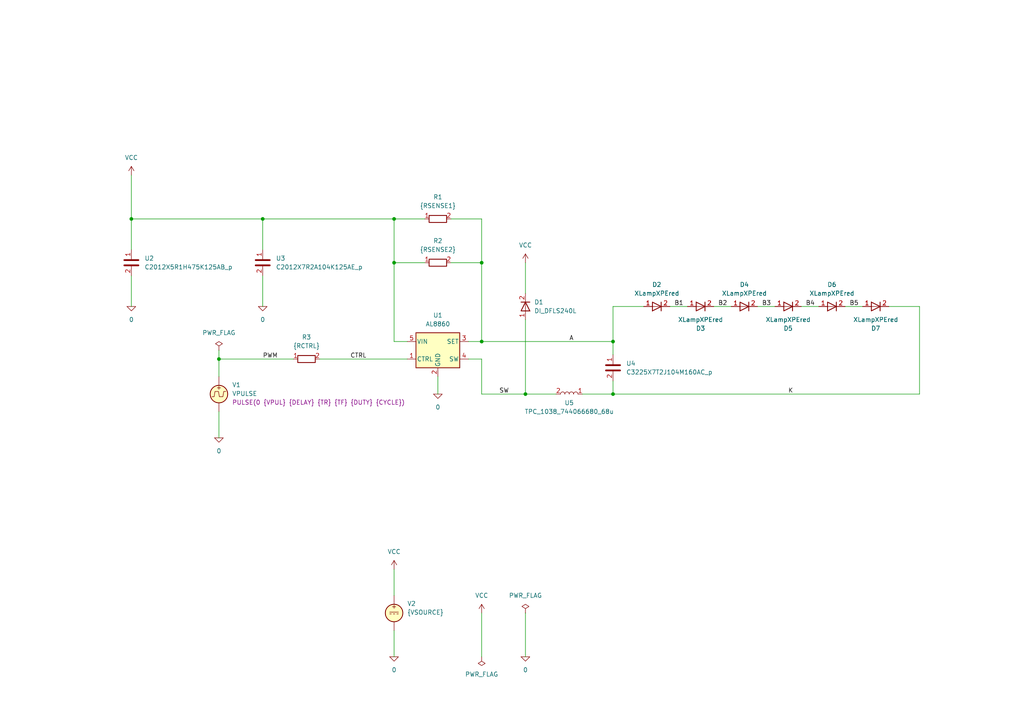
<source format=kicad_sch>
(kicad_sch
	(version 20231120)
	(generator "eeschema")
	(generator_version "8.0")
	(uuid "4866812e-8b52-401f-a79d-a5977aea5fb7")
	(paper "A4")
	(title_block
		(title "40V/1.5A buck led driver. XP-E red.")
		(date "2024-11-07")
		(rev "2")
		(company "astroelectronic@")
		(comment 1 "-")
		(comment 2 "-")
		(comment 3 "-")
		(comment 4 "AE01003860")
	)
	(lib_symbols
		(symbol "AL8860:0"
			(power)
			(pin_names
				(offset 0)
			)
			(exclude_from_sim no)
			(in_bom yes)
			(on_board yes)
			(property "Reference" "#GND"
				(at 0 -2.54 0)
				(effects
					(font
						(size 1.27 1.27)
					)
					(hide yes)
				)
			)
			(property "Value" "0"
				(at 0 -1.778 0)
				(effects
					(font
						(size 1.27 1.27)
					)
				)
			)
			(property "Footprint" ""
				(at 0 0 0)
				(effects
					(font
						(size 1.27 1.27)
					)
					(hide yes)
				)
			)
			(property "Datasheet" "~"
				(at 0 0 0)
				(effects
					(font
						(size 1.27 1.27)
					)
					(hide yes)
				)
			)
			(property "Description" "0V reference potential for simulation"
				(at 0 0 0)
				(effects
					(font
						(size 1.27 1.27)
					)
					(hide yes)
				)
			)
			(property "ki_keywords" "simulation"
				(at 0 0 0)
				(effects
					(font
						(size 1.27 1.27)
					)
					(hide yes)
				)
			)
			(symbol "0_0_1"
				(polyline
					(pts
						(xy -1.27 0) (xy 0 -1.27) (xy 1.27 0) (xy -1.27 0)
					)
					(stroke
						(width 0)
						(type default)
					)
					(fill
						(type none)
					)
				)
			)
			(symbol "0_1_1"
				(pin power_in line
					(at 0 0 0)
					(length 0) hide
					(name "0"
						(effects
							(font
								(size 1.016 1.016)
							)
						)
					)
					(number "1"
						(effects
							(font
								(size 1.016 1.016)
							)
						)
					)
				)
			)
		)
		(symbol "AL8860:AL8860"
			(pin_names
				(offset 0.254)
			)
			(exclude_from_sim no)
			(in_bom yes)
			(on_board yes)
			(property "Reference" "U"
				(at -5.08 6.35 0)
				(effects
					(font
						(size 1.27 1.27)
					)
				)
			)
			(property "Value" "AL8860"
				(at 5.08 6.35 0)
				(effects
					(font
						(size 1.27 1.27)
					)
				)
			)
			(property "Footprint" ""
				(at 1.27 -6.35 0)
				(effects
					(font
						(size 1.27 1.27)
						(italic yes)
					)
					(justify left)
					(hide yes)
				)
			)
			(property "Datasheet" "https://www.diodes.com/assets/Datasheets/AL8860.pdf"
				(at 0 0 0)
				(effects
					(font
						(size 1.27 1.27)
					)
					(hide yes)
				)
			)
			(property "Description" "Constant current  LED driver, internal switch, up to 40V/1.2A, SOT-89-5"
				(at 0 0 0)
				(effects
					(font
						(size 1.27 1.27)
					)
					(hide yes)
				)
			)
			(property "ki_keywords" "Switching LED driver"
				(at 0 0 0)
				(effects
					(font
						(size 1.27 1.27)
					)
					(hide yes)
				)
			)
			(property "ki_fp_filters" "SOT?89*"
				(at 0 0 0)
				(effects
					(font
						(size 1.27 1.27)
					)
					(hide yes)
				)
			)
			(symbol "AL8860_0_1"
				(rectangle
					(start -6.35 5.08)
					(end 6.35 -5.08)
					(stroke
						(width 0.254)
						(type default)
					)
					(fill
						(type background)
					)
				)
			)
			(symbol "AL8860_1_1"
				(pin passive line
					(at -8.89 -2.54 0)
					(length 2.54)
					(name "CTRL"
						(effects
							(font
								(size 1.27 1.27)
							)
						)
					)
					(number "1"
						(effects
							(font
								(size 1.27 1.27)
							)
						)
					)
				)
				(pin passive line
					(at 0 -7.62 90)
					(length 2.54)
					(name "GND"
						(effects
							(font
								(size 1.27 1.27)
							)
						)
					)
					(number "2"
						(effects
							(font
								(size 1.27 1.27)
							)
						)
					)
				)
				(pin passive line
					(at 8.89 2.54 180)
					(length 2.54)
					(name "SET"
						(effects
							(font
								(size 1.27 1.27)
							)
						)
					)
					(number "3"
						(effects
							(font
								(size 1.27 1.27)
							)
						)
					)
				)
				(pin passive line
					(at 8.89 -2.54 180)
					(length 2.54)
					(name "SW"
						(effects
							(font
								(size 1.27 1.27)
							)
						)
					)
					(number "4"
						(effects
							(font
								(size 1.27 1.27)
							)
						)
					)
				)
				(pin passive line
					(at -8.89 2.54 0)
					(length 2.54)
					(name "VIN"
						(effects
							(font
								(size 1.27 1.27)
							)
						)
					)
					(number "5"
						(effects
							(font
								(size 1.27 1.27)
							)
						)
					)
				)
			)
		)
		(symbol "AL8860:C"
			(pin_names
				(offset 0.254) hide)
			(exclude_from_sim no)
			(in_bom yes)
			(on_board yes)
			(property "Reference" "C"
				(at 0.635 2.54 0)
				(effects
					(font
						(size 1.27 1.27)
					)
					(justify left)
				)
			)
			(property "Value" "C"
				(at 0.635 -2.54 0)
				(effects
					(font
						(size 1.27 1.27)
					)
					(justify left)
				)
			)
			(property "Footprint" ""
				(at 0.9652 -3.81 0)
				(effects
					(font
						(size 1.27 1.27)
					)
					(hide yes)
				)
			)
			(property "Datasheet" "~"
				(at 0 0 0)
				(effects
					(font
						(size 1.27 1.27)
					)
					(hide yes)
				)
			)
			(property "Description" "Unpolarized capacitor"
				(at 0 0 0)
				(effects
					(font
						(size 1.27 1.27)
					)
					(hide yes)
				)
			)
			(property "ki_keywords" "cap capacitor"
				(at 0 0 0)
				(effects
					(font
						(size 1.27 1.27)
					)
					(hide yes)
				)
			)
			(property "ki_fp_filters" "C_*"
				(at 0 0 0)
				(effects
					(font
						(size 1.27 1.27)
					)
					(hide yes)
				)
			)
			(symbol "C_0_1"
				(polyline
					(pts
						(xy -2.032 -0.762) (xy 2.032 -0.762)
					)
					(stroke
						(width 0.508)
						(type default)
					)
					(fill
						(type none)
					)
				)
				(polyline
					(pts
						(xy -2.032 0.762) (xy 2.032 0.762)
					)
					(stroke
						(width 0.508)
						(type default)
					)
					(fill
						(type none)
					)
				)
			)
			(symbol "C_1_1"
				(pin passive line
					(at 0 3.81 270)
					(length 2.794)
					(name "~"
						(effects
							(font
								(size 1.27 1.27)
							)
						)
					)
					(number "1"
						(effects
							(font
								(size 1.27 1.27)
							)
						)
					)
				)
				(pin passive line
					(at 0 -3.81 90)
					(length 2.794)
					(name "~"
						(effects
							(font
								(size 1.27 1.27)
							)
						)
					)
					(number "2"
						(effects
							(font
								(size 1.27 1.27)
							)
						)
					)
				)
			)
		)
		(symbol "AL8860:DIODE"
			(pin_names
				(offset 1.016) hide)
			(exclude_from_sim no)
			(in_bom yes)
			(on_board yes)
			(property "Reference" "D"
				(at 0 2.54 0)
				(effects
					(font
						(size 1.27 1.27)
					)
				)
			)
			(property "Value" "${SIM.PARAMS}"
				(at 0 -2.54 0)
				(effects
					(font
						(size 1.27 1.27)
					)
				)
			)
			(property "Footprint" ""
				(at 0 0 0)
				(effects
					(font
						(size 1.27 1.27)
					)
					(hide yes)
				)
			)
			(property "Datasheet" "~"
				(at 0 0 0)
				(effects
					(font
						(size 1.27 1.27)
					)
					(hide yes)
				)
			)
			(property "Description" "Diode, anode on pin 1, for simulation only!"
				(at 0 0 0)
				(effects
					(font
						(size 1.27 1.27)
					)
					(hide yes)
				)
			)
			(property "Sim.Pins" "1=1 2=2"
				(at 0 0 0)
				(effects
					(font
						(size 1.27 1.27)
					)
					(hide yes)
				)
			)
			(property "Sim.Device" "SPICE"
				(at 0 0 0)
				(effects
					(font
						(size 1.27 1.27)
					)
					(justify left)
					(hide yes)
				)
			)
			(property "Sim.Params" "type=\"D\" model=\"DIODE\" lib=\"\""
				(at 0 0 0)
				(effects
					(font
						(size 1.27 1.27)
					)
					(hide yes)
				)
			)
			(property "Spice_Netlist_Enabled" "Y"
				(at 0 0 0)
				(effects
					(font
						(size 1.27 1.27)
					)
					(justify left)
					(hide yes)
				)
			)
			(property "ki_keywords" "simulation"
				(at 0 0 0)
				(effects
					(font
						(size 1.27 1.27)
					)
					(hide yes)
				)
			)
			(symbol "DIODE_0_1"
				(polyline
					(pts
						(xy 1.27 0) (xy -1.27 0)
					)
					(stroke
						(width 0)
						(type default)
					)
					(fill
						(type none)
					)
				)
				(polyline
					(pts
						(xy 1.27 1.27) (xy 1.27 -1.27)
					)
					(stroke
						(width 0.254)
						(type default)
					)
					(fill
						(type none)
					)
				)
				(polyline
					(pts
						(xy -1.27 -1.27) (xy -1.27 1.27) (xy 1.27 0) (xy -1.27 -1.27)
					)
					(stroke
						(width 0.254)
						(type default)
					)
					(fill
						(type none)
					)
				)
			)
			(symbol "DIODE_1_1"
				(pin passive line
					(at -3.81 0 0)
					(length 2.54)
					(name "A"
						(effects
							(font
								(size 1.27 1.27)
							)
						)
					)
					(number "1"
						(effects
							(font
								(size 1.27 1.27)
							)
						)
					)
				)
				(pin passive line
					(at 3.81 0 180)
					(length 2.54)
					(name "K"
						(effects
							(font
								(size 1.27 1.27)
							)
						)
					)
					(number "2"
						(effects
							(font
								(size 1.27 1.27)
							)
						)
					)
				)
			)
		)
		(symbol "AL8860:L"
			(pin_names
				(offset 1.016) hide)
			(exclude_from_sim no)
			(in_bom yes)
			(on_board yes)
			(property "Reference" "L"
				(at -1.27 0 90)
				(effects
					(font
						(size 1.27 1.27)
					)
				)
			)
			(property "Value" "L"
				(at 1.905 0 90)
				(effects
					(font
						(size 1.27 1.27)
					)
				)
			)
			(property "Footprint" ""
				(at 0 0 0)
				(effects
					(font
						(size 1.27 1.27)
					)
					(hide yes)
				)
			)
			(property "Datasheet" "~"
				(at 0 0 0)
				(effects
					(font
						(size 1.27 1.27)
					)
					(hide yes)
				)
			)
			(property "Description" "Inductor"
				(at 0 0 0)
				(effects
					(font
						(size 1.27 1.27)
					)
					(hide yes)
				)
			)
			(property "ki_keywords" "inductor choke coil reactor magnetic"
				(at 0 0 0)
				(effects
					(font
						(size 1.27 1.27)
					)
					(hide yes)
				)
			)
			(property "ki_fp_filters" "Choke_* *Coil* Inductor_* L_*"
				(at 0 0 0)
				(effects
					(font
						(size 1.27 1.27)
					)
					(hide yes)
				)
			)
			(symbol "L_0_1"
				(arc
					(start 0 -2.54)
					(mid 0.6323 -1.905)
					(end 0 -1.27)
					(stroke
						(width 0)
						(type default)
					)
					(fill
						(type none)
					)
				)
				(arc
					(start 0 -1.27)
					(mid 0.6323 -0.635)
					(end 0 0)
					(stroke
						(width 0)
						(type default)
					)
					(fill
						(type none)
					)
				)
				(arc
					(start 0 0)
					(mid 0.6323 0.635)
					(end 0 1.27)
					(stroke
						(width 0)
						(type default)
					)
					(fill
						(type none)
					)
				)
				(arc
					(start 0 1.27)
					(mid 0.6323 1.905)
					(end 0 2.54)
					(stroke
						(width 0)
						(type default)
					)
					(fill
						(type none)
					)
				)
			)
			(symbol "L_1_1"
				(pin passive line
					(at 0 3.81 270)
					(length 1.27)
					(name "1"
						(effects
							(font
								(size 1.27 1.27)
							)
						)
					)
					(number "1"
						(effects
							(font
								(size 1.27 1.27)
							)
						)
					)
				)
				(pin passive line
					(at 0 -3.81 90)
					(length 1.27)
					(name "2"
						(effects
							(font
								(size 1.27 1.27)
							)
						)
					)
					(number "2"
						(effects
							(font
								(size 1.27 1.27)
							)
						)
					)
				)
			)
		)
		(symbol "AL8860:PWR_FLAG"
			(power)
			(pin_numbers hide)
			(pin_names
				(offset 0) hide)
			(exclude_from_sim no)
			(in_bom yes)
			(on_board yes)
			(property "Reference" "#FLG"
				(at 0 1.905 0)
				(effects
					(font
						(size 1.27 1.27)
					)
					(hide yes)
				)
			)
			(property "Value" "PWR_FLAG"
				(at 0 3.81 0)
				(effects
					(font
						(size 1.27 1.27)
					)
				)
			)
			(property "Footprint" ""
				(at 0 0 0)
				(effects
					(font
						(size 1.27 1.27)
					)
					(hide yes)
				)
			)
			(property "Datasheet" "~"
				(at 0 0 0)
				(effects
					(font
						(size 1.27 1.27)
					)
					(hide yes)
				)
			)
			(property "Description" "Special symbol for telling ERC where power comes from"
				(at 0 0 0)
				(effects
					(font
						(size 1.27 1.27)
					)
					(hide yes)
				)
			)
			(property "ki_keywords" "flag power"
				(at 0 0 0)
				(effects
					(font
						(size 1.27 1.27)
					)
					(hide yes)
				)
			)
			(symbol "PWR_FLAG_0_0"
				(pin power_out line
					(at 0 0 90)
					(length 0)
					(name "pwr"
						(effects
							(font
								(size 1.27 1.27)
							)
						)
					)
					(number "1"
						(effects
							(font
								(size 1.27 1.27)
							)
						)
					)
				)
			)
			(symbol "PWR_FLAG_0_1"
				(polyline
					(pts
						(xy 0 0) (xy 0 1.27) (xy -1.016 1.905) (xy 0 2.54) (xy 1.016 1.905) (xy 0 1.27)
					)
					(stroke
						(width 0)
						(type default)
					)
					(fill
						(type none)
					)
				)
			)
		)
		(symbol "AL8860:R"
			(pin_names
				(offset 0) hide)
			(exclude_from_sim no)
			(in_bom yes)
			(on_board yes)
			(property "Reference" "R"
				(at 2.032 0 90)
				(effects
					(font
						(size 1.27 1.27)
					)
				)
			)
			(property "Value" "R"
				(at 0 0 90)
				(effects
					(font
						(size 1.27 1.27)
					)
				)
			)
			(property "Footprint" ""
				(at -1.778 0 90)
				(effects
					(font
						(size 1.27 1.27)
					)
					(hide yes)
				)
			)
			(property "Datasheet" "~"
				(at 0 0 0)
				(effects
					(font
						(size 1.27 1.27)
					)
					(hide yes)
				)
			)
			(property "Description" "Resistor"
				(at 0 0 0)
				(effects
					(font
						(size 1.27 1.27)
					)
					(hide yes)
				)
			)
			(property "ki_keywords" "R res resistor"
				(at 0 0 0)
				(effects
					(font
						(size 1.27 1.27)
					)
					(hide yes)
				)
			)
			(property "ki_fp_filters" "R_*"
				(at 0 0 0)
				(effects
					(font
						(size 1.27 1.27)
					)
					(hide yes)
				)
			)
			(symbol "R_0_1"
				(rectangle
					(start -1.016 -2.54)
					(end 1.016 2.54)
					(stroke
						(width 0.254)
						(type default)
					)
					(fill
						(type none)
					)
				)
			)
			(symbol "R_1_1"
				(pin passive line
					(at 0 3.81 270)
					(length 1.27)
					(name "~"
						(effects
							(font
								(size 1.27 1.27)
							)
						)
					)
					(number "1"
						(effects
							(font
								(size 1.27 1.27)
							)
						)
					)
				)
				(pin passive line
					(at 0 -3.81 90)
					(length 1.27)
					(name "~"
						(effects
							(font
								(size 1.27 1.27)
							)
						)
					)
					(number "2"
						(effects
							(font
								(size 1.27 1.27)
							)
						)
					)
				)
			)
		)
		(symbol "AL8860:VCC"
			(power)
			(pin_names
				(offset 0)
			)
			(exclude_from_sim no)
			(in_bom yes)
			(on_board yes)
			(property "Reference" "#PWR"
				(at 0 -3.81 0)
				(effects
					(font
						(size 1.27 1.27)
					)
					(hide yes)
				)
			)
			(property "Value" "VCC"
				(at 0 3.81 0)
				(effects
					(font
						(size 1.27 1.27)
					)
				)
			)
			(property "Footprint" ""
				(at 0 0 0)
				(effects
					(font
						(size 1.27 1.27)
					)
					(hide yes)
				)
			)
			(property "Datasheet" ""
				(at 0 0 0)
				(effects
					(font
						(size 1.27 1.27)
					)
					(hide yes)
				)
			)
			(property "Description" "Power symbol creates a global label with name \"VCC\""
				(at 0 0 0)
				(effects
					(font
						(size 1.27 1.27)
					)
					(hide yes)
				)
			)
			(property "ki_keywords" "global power"
				(at 0 0 0)
				(effects
					(font
						(size 1.27 1.27)
					)
					(hide yes)
				)
			)
			(symbol "VCC_0_1"
				(polyline
					(pts
						(xy -0.762 1.27) (xy 0 2.54)
					)
					(stroke
						(width 0)
						(type default)
					)
					(fill
						(type none)
					)
				)
				(polyline
					(pts
						(xy 0 0) (xy 0 2.54)
					)
					(stroke
						(width 0)
						(type default)
					)
					(fill
						(type none)
					)
				)
				(polyline
					(pts
						(xy 0 2.54) (xy 0.762 1.27)
					)
					(stroke
						(width 0)
						(type default)
					)
					(fill
						(type none)
					)
				)
			)
			(symbol "VCC_1_1"
				(pin power_in line
					(at 0 0 90)
					(length 0) hide
					(name "VCC"
						(effects
							(font
								(size 1.27 1.27)
							)
						)
					)
					(number "1"
						(effects
							(font
								(size 1.27 1.27)
							)
						)
					)
				)
			)
		)
		(symbol "AL8860:VDC"
			(pin_numbers hide)
			(pin_names
				(offset 0.0254)
			)
			(exclude_from_sim no)
			(in_bom yes)
			(on_board yes)
			(property "Reference" "V"
				(at 2.54 2.54 0)
				(effects
					(font
						(size 1.27 1.27)
					)
					(justify left)
				)
			)
			(property "Value" "1"
				(at 2.54 0 0)
				(effects
					(font
						(size 1.27 1.27)
					)
					(justify left)
				)
			)
			(property "Footprint" ""
				(at 0 0 0)
				(effects
					(font
						(size 1.27 1.27)
					)
					(hide yes)
				)
			)
			(property "Datasheet" "~"
				(at 0 0 0)
				(effects
					(font
						(size 1.27 1.27)
					)
					(hide yes)
				)
			)
			(property "Description" "Voltage source, DC"
				(at 0 0 0)
				(effects
					(font
						(size 1.27 1.27)
					)
					(hide yes)
				)
			)
			(property "Sim.Pins" "1=+ 2=-"
				(at 0 0 0)
				(effects
					(font
						(size 1.27 1.27)
					)
					(hide yes)
				)
			)
			(property "Sim.Type" "DC"
				(at 0 0 0)
				(effects
					(font
						(size 1.27 1.27)
					)
					(hide yes)
				)
			)
			(property "Sim.Device" "V"
				(at 0 0 0)
				(effects
					(font
						(size 1.27 1.27)
					)
					(justify left)
					(hide yes)
				)
			)
			(property "Spice_Netlist_Enabled" "Y"
				(at 0 0 0)
				(effects
					(font
						(size 1.27 1.27)
					)
					(justify left)
					(hide yes)
				)
			)
			(property "ki_keywords" "simulation"
				(at 0 0 0)
				(effects
					(font
						(size 1.27 1.27)
					)
					(hide yes)
				)
			)
			(symbol "VDC_0_0"
				(polyline
					(pts
						(xy -1.27 0.254) (xy 1.27 0.254)
					)
					(stroke
						(width 0)
						(type default)
					)
					(fill
						(type none)
					)
				)
				(polyline
					(pts
						(xy -0.762 -0.254) (xy -1.27 -0.254)
					)
					(stroke
						(width 0)
						(type default)
					)
					(fill
						(type none)
					)
				)
				(polyline
					(pts
						(xy 0.254 -0.254) (xy -0.254 -0.254)
					)
					(stroke
						(width 0)
						(type default)
					)
					(fill
						(type none)
					)
				)
				(polyline
					(pts
						(xy 1.27 -0.254) (xy 0.762 -0.254)
					)
					(stroke
						(width 0)
						(type default)
					)
					(fill
						(type none)
					)
				)
				(text "+"
					(at 0 1.905 0)
					(effects
						(font
							(size 1.27 1.27)
						)
					)
				)
			)
			(symbol "VDC_0_1"
				(circle
					(center 0 0)
					(radius 2.54)
					(stroke
						(width 0.254)
						(type default)
					)
					(fill
						(type background)
					)
				)
			)
			(symbol "VDC_1_1"
				(pin passive line
					(at 0 5.08 270)
					(length 2.54)
					(name "~"
						(effects
							(font
								(size 1.27 1.27)
							)
						)
					)
					(number "1"
						(effects
							(font
								(size 1.27 1.27)
							)
						)
					)
				)
				(pin passive line
					(at 0 -5.08 90)
					(length 2.54)
					(name "~"
						(effects
							(font
								(size 1.27 1.27)
							)
						)
					)
					(number "2"
						(effects
							(font
								(size 1.27 1.27)
							)
						)
					)
				)
			)
		)
		(symbol "AL8860:VPULSE"
			(pin_numbers hide)
			(pin_names
				(offset 0.0254)
			)
			(exclude_from_sim no)
			(in_bom yes)
			(on_board yes)
			(property "Reference" "V"
				(at 2.54 2.54 0)
				(effects
					(font
						(size 1.27 1.27)
					)
					(justify left)
				)
			)
			(property "Value" "VPULSE"
				(at 2.54 0 0)
				(effects
					(font
						(size 1.27 1.27)
					)
					(justify left)
				)
			)
			(property "Footprint" ""
				(at 0 0 0)
				(effects
					(font
						(size 1.27 1.27)
					)
					(hide yes)
				)
			)
			(property "Datasheet" "~"
				(at 0 0 0)
				(effects
					(font
						(size 1.27 1.27)
					)
					(hide yes)
				)
			)
			(property "Description" "Voltage source, pulse"
				(at 0 0 0)
				(effects
					(font
						(size 1.27 1.27)
					)
					(hide yes)
				)
			)
			(property "Sim.Pins" "1=+ 2=-"
				(at 0 0 0)
				(effects
					(font
						(size 1.27 1.27)
					)
					(hide yes)
				)
			)
			(property "Sim.Type" "PULSE"
				(at 0 0 0)
				(effects
					(font
						(size 1.27 1.27)
					)
					(hide yes)
				)
			)
			(property "Sim.Device" "V"
				(at 0 0 0)
				(effects
					(font
						(size 1.27 1.27)
					)
					(justify left)
					(hide yes)
				)
			)
			(property "Sim.Params" "y1=0 y2=1 td=2n tr=2n tf=2n tw=50n per=100n"
				(at 2.54 -2.54 0)
				(effects
					(font
						(size 1.27 1.27)
					)
					(justify left)
				)
			)
			(property "Spice_Netlist_Enabled" "Y"
				(at 0 0 0)
				(effects
					(font
						(size 1.27 1.27)
					)
					(justify left)
					(hide yes)
				)
			)
			(property "ki_keywords" "simulation"
				(at 0 0 0)
				(effects
					(font
						(size 1.27 1.27)
					)
					(hide yes)
				)
			)
			(symbol "VPULSE_0_0"
				(polyline
					(pts
						(xy -2.032 -0.762) (xy -1.397 -0.762) (xy -1.143 0.762) (xy -0.127 0.762) (xy 0.127 -0.762) (xy 1.143 -0.762)
						(xy 1.397 0.762) (xy 2.032 0.762)
					)
					(stroke
						(width 0)
						(type default)
					)
					(fill
						(type none)
					)
				)
				(text "+"
					(at 0 1.905 0)
					(effects
						(font
							(size 1.27 1.27)
						)
					)
				)
			)
			(symbol "VPULSE_0_1"
				(circle
					(center 0 0)
					(radius 2.54)
					(stroke
						(width 0.254)
						(type default)
					)
					(fill
						(type background)
					)
				)
			)
			(symbol "VPULSE_1_1"
				(pin passive line
					(at 0 5.08 270)
					(length 2.54)
					(name "~"
						(effects
							(font
								(size 1.27 1.27)
							)
						)
					)
					(number "1"
						(effects
							(font
								(size 1.27 1.27)
							)
						)
					)
				)
				(pin passive line
					(at 0 -5.08 90)
					(length 2.54)
					(name "~"
						(effects
							(font
								(size 1.27 1.27)
							)
						)
					)
					(number "2"
						(effects
							(font
								(size 1.27 1.27)
							)
						)
					)
				)
			)
		)
		(symbol "C_1"
			(pin_names
				(offset 0.254) hide)
			(exclude_from_sim no)
			(in_bom yes)
			(on_board yes)
			(property "Reference" "C"
				(at 0.635 2.54 0)
				(effects
					(font
						(size 1.27 1.27)
					)
					(justify left)
				)
			)
			(property "Value" "C_1"
				(at 0.635 -2.54 0)
				(effects
					(font
						(size 1.27 1.27)
					)
					(justify left)
				)
			)
			(property "Footprint" ""
				(at 0.9652 -3.81 0)
				(effects
					(font
						(size 1.27 1.27)
					)
					(hide yes)
				)
			)
			(property "Datasheet" "~"
				(at 0 0 0)
				(effects
					(font
						(size 1.27 1.27)
					)
					(hide yes)
				)
			)
			(property "Description" "Unpolarized capacitor"
				(at 0 0 0)
				(effects
					(font
						(size 1.27 1.27)
					)
					(hide yes)
				)
			)
			(property "ki_keywords" "cap capacitor"
				(at 0 0 0)
				(effects
					(font
						(size 1.27 1.27)
					)
					(hide yes)
				)
			)
			(property "ki_fp_filters" "C_*"
				(at 0 0 0)
				(effects
					(font
						(size 1.27 1.27)
					)
					(hide yes)
				)
			)
			(symbol "C_1_0_1"
				(polyline
					(pts
						(xy -2.032 -0.762) (xy 2.032 -0.762)
					)
					(stroke
						(width 0.508)
						(type default)
					)
					(fill
						(type none)
					)
				)
				(polyline
					(pts
						(xy -2.032 0.762) (xy 2.032 0.762)
					)
					(stroke
						(width 0.508)
						(type default)
					)
					(fill
						(type none)
					)
				)
			)
			(symbol "C_1_1_1"
				(pin passive line
					(at 0 3.81 270)
					(length 2.794)
					(name "~"
						(effects
							(font
								(size 1.27 1.27)
							)
						)
					)
					(number "1"
						(effects
							(font
								(size 1.27 1.27)
							)
						)
					)
				)
				(pin passive line
					(at 0 -3.81 90)
					(length 2.794)
					(name "~"
						(effects
							(font
								(size 1.27 1.27)
							)
						)
					)
					(number "2"
						(effects
							(font
								(size 1.27 1.27)
							)
						)
					)
				)
			)
		)
		(symbol "C_2"
			(pin_names
				(offset 0.254) hide)
			(exclude_from_sim no)
			(in_bom yes)
			(on_board yes)
			(property "Reference" "C"
				(at 0.635 2.54 0)
				(effects
					(font
						(size 1.27 1.27)
					)
					(justify left)
				)
			)
			(property "Value" "C_2"
				(at 0.635 -2.54 0)
				(effects
					(font
						(size 1.27 1.27)
					)
					(justify left)
				)
			)
			(property "Footprint" ""
				(at 0.9652 -3.81 0)
				(effects
					(font
						(size 1.27 1.27)
					)
					(hide yes)
				)
			)
			(property "Datasheet" "~"
				(at 0 0 0)
				(effects
					(font
						(size 1.27 1.27)
					)
					(hide yes)
				)
			)
			(property "Description" "Unpolarized capacitor"
				(at 0 0 0)
				(effects
					(font
						(size 1.27 1.27)
					)
					(hide yes)
				)
			)
			(property "ki_keywords" "cap capacitor"
				(at 0 0 0)
				(effects
					(font
						(size 1.27 1.27)
					)
					(hide yes)
				)
			)
			(property "ki_fp_filters" "C_*"
				(at 0 0 0)
				(effects
					(font
						(size 1.27 1.27)
					)
					(hide yes)
				)
			)
			(symbol "C_2_0_1"
				(polyline
					(pts
						(xy -2.032 -0.762) (xy 2.032 -0.762)
					)
					(stroke
						(width 0.508)
						(type default)
					)
					(fill
						(type none)
					)
				)
				(polyline
					(pts
						(xy -2.032 0.762) (xy 2.032 0.762)
					)
					(stroke
						(width 0.508)
						(type default)
					)
					(fill
						(type none)
					)
				)
			)
			(symbol "C_2_1_1"
				(pin passive line
					(at 0 3.81 270)
					(length 2.794)
					(name "~"
						(effects
							(font
								(size 1.27 1.27)
							)
						)
					)
					(number "1"
						(effects
							(font
								(size 1.27 1.27)
							)
						)
					)
				)
				(pin passive line
					(at 0 -3.81 90)
					(length 2.794)
					(name "~"
						(effects
							(font
								(size 1.27 1.27)
							)
						)
					)
					(number "2"
						(effects
							(font
								(size 1.27 1.27)
							)
						)
					)
				)
			)
		)
		(symbol "DIODE_1_1"
			(pin_names
				(offset 1.016) hide)
			(exclude_from_sim no)
			(in_bom yes)
			(on_board yes)
			(property "Reference" "D"
				(at 0 2.54 0)
				(effects
					(font
						(size 1.27 1.27)
					)
				)
			)
			(property "Value" "${SIM.PARAMS}"
				(at 0 -2.54 0)
				(effects
					(font
						(size 1.27 1.27)
					)
				)
			)
			(property "Footprint" ""
				(at 0 0 0)
				(effects
					(font
						(size 1.27 1.27)
					)
					(hide yes)
				)
			)
			(property "Datasheet" "~"
				(at 0 0 0)
				(effects
					(font
						(size 1.27 1.27)
					)
					(hide yes)
				)
			)
			(property "Description" "Diode, anode on pin 1, for simulation only!"
				(at 0 0 0)
				(effects
					(font
						(size 1.27 1.27)
					)
					(hide yes)
				)
			)
			(property "Sim.Pins" "1=1 2=2"
				(at 0 0 0)
				(effects
					(font
						(size 1.27 1.27)
					)
					(hide yes)
				)
			)
			(property "Sim.Device" "SPICE"
				(at 0 0 0)
				(effects
					(font
						(size 1.27 1.27)
					)
					(justify left)
					(hide yes)
				)
			)
			(property "Sim.Params" "type=\"D\" model=\"DIODE_1\" lib=\"\""
				(at 0 0 0)
				(effects
					(font
						(size 1.27 1.27)
					)
					(hide yes)
				)
			)
			(property "Spice_Netlist_Enabled" "Y"
				(at 0 0 0)
				(effects
					(font
						(size 1.27 1.27)
					)
					(justify left)
					(hide yes)
				)
			)
			(property "ki_keywords" "simulation"
				(at 0 0 0)
				(effects
					(font
						(size 1.27 1.27)
					)
					(hide yes)
				)
			)
			(symbol "DIODE_1_1_0_1"
				(polyline
					(pts
						(xy 1.27 0) (xy -1.27 0)
					)
					(stroke
						(width 0)
						(type default)
					)
					(fill
						(type none)
					)
				)
				(polyline
					(pts
						(xy 1.27 1.27) (xy 1.27 -1.27)
					)
					(stroke
						(width 0.254)
						(type default)
					)
					(fill
						(type none)
					)
				)
				(polyline
					(pts
						(xy -1.27 -1.27) (xy -1.27 1.27) (xy 1.27 0) (xy -1.27 -1.27)
					)
					(stroke
						(width 0.254)
						(type default)
					)
					(fill
						(type none)
					)
				)
			)
			(symbol "DIODE_1_1_1_1"
				(pin passive line
					(at -3.81 0 0)
					(length 2.54)
					(name "A"
						(effects
							(font
								(size 1.27 1.27)
							)
						)
					)
					(number "1"
						(effects
							(font
								(size 1.27 1.27)
							)
						)
					)
				)
				(pin passive line
					(at 3.81 0 180)
					(length 2.54)
					(name "K"
						(effects
							(font
								(size 1.27 1.27)
							)
						)
					)
					(number "2"
						(effects
							(font
								(size 1.27 1.27)
							)
						)
					)
				)
			)
		)
		(symbol "DIODE_1_2"
			(pin_names
				(offset 1.016) hide)
			(exclude_from_sim no)
			(in_bom yes)
			(on_board yes)
			(property "Reference" "D"
				(at 0 2.54 0)
				(effects
					(font
						(size 1.27 1.27)
					)
				)
			)
			(property "Value" "${SIM.PARAMS}"
				(at 0 -2.54 0)
				(effects
					(font
						(size 1.27 1.27)
					)
				)
			)
			(property "Footprint" ""
				(at 0 0 0)
				(effects
					(font
						(size 1.27 1.27)
					)
					(hide yes)
				)
			)
			(property "Datasheet" "~"
				(at 0 0 0)
				(effects
					(font
						(size 1.27 1.27)
					)
					(hide yes)
				)
			)
			(property "Description" "Diode, anode on pin 1, for simulation only!"
				(at 0 0 0)
				(effects
					(font
						(size 1.27 1.27)
					)
					(hide yes)
				)
			)
			(property "Sim.Pins" "1=1 2=2"
				(at 0 0 0)
				(effects
					(font
						(size 1.27 1.27)
					)
					(hide yes)
				)
			)
			(property "Sim.Device" "SPICE"
				(at 0 0 0)
				(effects
					(font
						(size 1.27 1.27)
					)
					(justify left)
					(hide yes)
				)
			)
			(property "Sim.Params" "type=\"D\" model=\"DIODE_1\" lib=\"\""
				(at 0 0 0)
				(effects
					(font
						(size 1.27 1.27)
					)
					(hide yes)
				)
			)
			(property "Spice_Netlist_Enabled" "Y"
				(at 0 0 0)
				(effects
					(font
						(size 1.27 1.27)
					)
					(justify left)
					(hide yes)
				)
			)
			(property "ki_keywords" "simulation"
				(at 0 0 0)
				(effects
					(font
						(size 1.27 1.27)
					)
					(hide yes)
				)
			)
			(symbol "DIODE_1_2_0_1"
				(polyline
					(pts
						(xy 1.27 0) (xy -1.27 0)
					)
					(stroke
						(width 0)
						(type default)
					)
					(fill
						(type none)
					)
				)
				(polyline
					(pts
						(xy 1.27 1.27) (xy 1.27 -1.27)
					)
					(stroke
						(width 0.254)
						(type default)
					)
					(fill
						(type none)
					)
				)
				(polyline
					(pts
						(xy -1.27 -1.27) (xy -1.27 1.27) (xy 1.27 0) (xy -1.27 -1.27)
					)
					(stroke
						(width 0.254)
						(type default)
					)
					(fill
						(type none)
					)
				)
			)
			(symbol "DIODE_1_2_1_1"
				(pin passive line
					(at -3.81 0 0)
					(length 2.54)
					(name "A"
						(effects
							(font
								(size 1.27 1.27)
							)
						)
					)
					(number "1"
						(effects
							(font
								(size 1.27 1.27)
							)
						)
					)
				)
				(pin passive line
					(at 3.81 0 180)
					(length 2.54)
					(name "K"
						(effects
							(font
								(size 1.27 1.27)
							)
						)
					)
					(number "2"
						(effects
							(font
								(size 1.27 1.27)
							)
						)
					)
				)
			)
		)
		(symbol "DIODE_1_3"
			(pin_names
				(offset 1.016) hide)
			(exclude_from_sim no)
			(in_bom yes)
			(on_board yes)
			(property "Reference" "D"
				(at 0 2.54 0)
				(effects
					(font
						(size 1.27 1.27)
					)
				)
			)
			(property "Value" "${SIM.PARAMS}"
				(at 0 -2.54 0)
				(effects
					(font
						(size 1.27 1.27)
					)
				)
			)
			(property "Footprint" ""
				(at 0 0 0)
				(effects
					(font
						(size 1.27 1.27)
					)
					(hide yes)
				)
			)
			(property "Datasheet" "~"
				(at 0 0 0)
				(effects
					(font
						(size 1.27 1.27)
					)
					(hide yes)
				)
			)
			(property "Description" "Diode, anode on pin 1, for simulation only!"
				(at 0 0 0)
				(effects
					(font
						(size 1.27 1.27)
					)
					(hide yes)
				)
			)
			(property "Sim.Pins" "1=1 2=2"
				(at 0 0 0)
				(effects
					(font
						(size 1.27 1.27)
					)
					(hide yes)
				)
			)
			(property "Sim.Device" "SPICE"
				(at 0 0 0)
				(effects
					(font
						(size 1.27 1.27)
					)
					(justify left)
					(hide yes)
				)
			)
			(property "Sim.Params" "type=\"D\" model=\"DIODE_1\" lib=\"\""
				(at 0 0 0)
				(effects
					(font
						(size 1.27 1.27)
					)
					(hide yes)
				)
			)
			(property "Spice_Netlist_Enabled" "Y"
				(at 0 0 0)
				(effects
					(font
						(size 1.27 1.27)
					)
					(justify left)
					(hide yes)
				)
			)
			(property "ki_keywords" "simulation"
				(at 0 0 0)
				(effects
					(font
						(size 1.27 1.27)
					)
					(hide yes)
				)
			)
			(symbol "DIODE_1_3_0_1"
				(polyline
					(pts
						(xy 1.27 0) (xy -1.27 0)
					)
					(stroke
						(width 0)
						(type default)
					)
					(fill
						(type none)
					)
				)
				(polyline
					(pts
						(xy 1.27 1.27) (xy 1.27 -1.27)
					)
					(stroke
						(width 0.254)
						(type default)
					)
					(fill
						(type none)
					)
				)
				(polyline
					(pts
						(xy -1.27 -1.27) (xy -1.27 1.27) (xy 1.27 0) (xy -1.27 -1.27)
					)
					(stroke
						(width 0.254)
						(type default)
					)
					(fill
						(type none)
					)
				)
			)
			(symbol "DIODE_1_3_1_1"
				(pin passive line
					(at -3.81 0 0)
					(length 2.54)
					(name "A"
						(effects
							(font
								(size 1.27 1.27)
							)
						)
					)
					(number "1"
						(effects
							(font
								(size 1.27 1.27)
							)
						)
					)
				)
				(pin passive line
					(at 3.81 0 180)
					(length 2.54)
					(name "K"
						(effects
							(font
								(size 1.27 1.27)
							)
						)
					)
					(number "2"
						(effects
							(font
								(size 1.27 1.27)
							)
						)
					)
				)
			)
		)
		(symbol "DIODE_1_4"
			(pin_names
				(offset 1.016) hide)
			(exclude_from_sim no)
			(in_bom yes)
			(on_board yes)
			(property "Reference" "D"
				(at 0 2.54 0)
				(effects
					(font
						(size 1.27 1.27)
					)
				)
			)
			(property "Value" "${SIM.PARAMS}"
				(at 0 -2.54 0)
				(effects
					(font
						(size 1.27 1.27)
					)
				)
			)
			(property "Footprint" ""
				(at 0 0 0)
				(effects
					(font
						(size 1.27 1.27)
					)
					(hide yes)
				)
			)
			(property "Datasheet" "~"
				(at 0 0 0)
				(effects
					(font
						(size 1.27 1.27)
					)
					(hide yes)
				)
			)
			(property "Description" "Diode, anode on pin 1, for simulation only!"
				(at 0 0 0)
				(effects
					(font
						(size 1.27 1.27)
					)
					(hide yes)
				)
			)
			(property "Sim.Pins" "1=1 2=2"
				(at 0 0 0)
				(effects
					(font
						(size 1.27 1.27)
					)
					(hide yes)
				)
			)
			(property "Sim.Device" "SPICE"
				(at 0 0 0)
				(effects
					(font
						(size 1.27 1.27)
					)
					(justify left)
					(hide yes)
				)
			)
			(property "Sim.Params" "type=\"D\" model=\"DIODE_1\" lib=\"\""
				(at 0 0 0)
				(effects
					(font
						(size 1.27 1.27)
					)
					(hide yes)
				)
			)
			(property "Spice_Netlist_Enabled" "Y"
				(at 0 0 0)
				(effects
					(font
						(size 1.27 1.27)
					)
					(justify left)
					(hide yes)
				)
			)
			(property "ki_keywords" "simulation"
				(at 0 0 0)
				(effects
					(font
						(size 1.27 1.27)
					)
					(hide yes)
				)
			)
			(symbol "DIODE_1_4_0_1"
				(polyline
					(pts
						(xy 1.27 0) (xy -1.27 0)
					)
					(stroke
						(width 0)
						(type default)
					)
					(fill
						(type none)
					)
				)
				(polyline
					(pts
						(xy 1.27 1.27) (xy 1.27 -1.27)
					)
					(stroke
						(width 0.254)
						(type default)
					)
					(fill
						(type none)
					)
				)
				(polyline
					(pts
						(xy -1.27 -1.27) (xy -1.27 1.27) (xy 1.27 0) (xy -1.27 -1.27)
					)
					(stroke
						(width 0.254)
						(type default)
					)
					(fill
						(type none)
					)
				)
			)
			(symbol "DIODE_1_4_1_1"
				(pin passive line
					(at -3.81 0 0)
					(length 2.54)
					(name "A"
						(effects
							(font
								(size 1.27 1.27)
							)
						)
					)
					(number "1"
						(effects
							(font
								(size 1.27 1.27)
							)
						)
					)
				)
				(pin passive line
					(at 3.81 0 180)
					(length 2.54)
					(name "K"
						(effects
							(font
								(size 1.27 1.27)
							)
						)
					)
					(number "2"
						(effects
							(font
								(size 1.27 1.27)
							)
						)
					)
				)
			)
		)
		(symbol "DIODE_1_5"
			(pin_names
				(offset 1.016) hide)
			(exclude_from_sim no)
			(in_bom yes)
			(on_board yes)
			(property "Reference" "D"
				(at 0 2.54 0)
				(effects
					(font
						(size 1.27 1.27)
					)
				)
			)
			(property "Value" "${SIM.PARAMS}"
				(at 0 -2.54 0)
				(effects
					(font
						(size 1.27 1.27)
					)
				)
			)
			(property "Footprint" ""
				(at 0 0 0)
				(effects
					(font
						(size 1.27 1.27)
					)
					(hide yes)
				)
			)
			(property "Datasheet" "~"
				(at 0 0 0)
				(effects
					(font
						(size 1.27 1.27)
					)
					(hide yes)
				)
			)
			(property "Description" "Diode, anode on pin 1, for simulation only!"
				(at 0 0 0)
				(effects
					(font
						(size 1.27 1.27)
					)
					(hide yes)
				)
			)
			(property "Sim.Pins" "1=1 2=2"
				(at 0 0 0)
				(effects
					(font
						(size 1.27 1.27)
					)
					(hide yes)
				)
			)
			(property "Sim.Device" "SPICE"
				(at 0 0 0)
				(effects
					(font
						(size 1.27 1.27)
					)
					(justify left)
					(hide yes)
				)
			)
			(property "Sim.Params" "type=\"D\" model=\"DIODE_1\" lib=\"\""
				(at 0 0 0)
				(effects
					(font
						(size 1.27 1.27)
					)
					(hide yes)
				)
			)
			(property "Spice_Netlist_Enabled" "Y"
				(at 0 0 0)
				(effects
					(font
						(size 1.27 1.27)
					)
					(justify left)
					(hide yes)
				)
			)
			(property "ki_keywords" "simulation"
				(at 0 0 0)
				(effects
					(font
						(size 1.27 1.27)
					)
					(hide yes)
				)
			)
			(symbol "DIODE_1_5_0_1"
				(polyline
					(pts
						(xy 1.27 0) (xy -1.27 0)
					)
					(stroke
						(width 0)
						(type default)
					)
					(fill
						(type none)
					)
				)
				(polyline
					(pts
						(xy 1.27 1.27) (xy 1.27 -1.27)
					)
					(stroke
						(width 0.254)
						(type default)
					)
					(fill
						(type none)
					)
				)
				(polyline
					(pts
						(xy -1.27 -1.27) (xy -1.27 1.27) (xy 1.27 0) (xy -1.27 -1.27)
					)
					(stroke
						(width 0.254)
						(type default)
					)
					(fill
						(type none)
					)
				)
			)
			(symbol "DIODE_1_5_1_1"
				(pin passive line
					(at -3.81 0 0)
					(length 2.54)
					(name "A"
						(effects
							(font
								(size 1.27 1.27)
							)
						)
					)
					(number "1"
						(effects
							(font
								(size 1.27 1.27)
							)
						)
					)
				)
				(pin passive line
					(at 3.81 0 180)
					(length 2.54)
					(name "K"
						(effects
							(font
								(size 1.27 1.27)
							)
						)
					)
					(number "2"
						(effects
							(font
								(size 1.27 1.27)
							)
						)
					)
				)
			)
		)
		(symbol "DIODE_1_6"
			(pin_names
				(offset 1.016) hide)
			(exclude_from_sim no)
			(in_bom yes)
			(on_board yes)
			(property "Reference" "D"
				(at 0 2.54 0)
				(effects
					(font
						(size 1.27 1.27)
					)
				)
			)
			(property "Value" "${SIM.PARAMS}"
				(at 0 -2.54 0)
				(effects
					(font
						(size 1.27 1.27)
					)
				)
			)
			(property "Footprint" ""
				(at 0 0 0)
				(effects
					(font
						(size 1.27 1.27)
					)
					(hide yes)
				)
			)
			(property "Datasheet" "~"
				(at 0 0 0)
				(effects
					(font
						(size 1.27 1.27)
					)
					(hide yes)
				)
			)
			(property "Description" "Diode, anode on pin 1, for simulation only!"
				(at 0 0 0)
				(effects
					(font
						(size 1.27 1.27)
					)
					(hide yes)
				)
			)
			(property "Sim.Pins" "1=1 2=2"
				(at 0 0 0)
				(effects
					(font
						(size 1.27 1.27)
					)
					(hide yes)
				)
			)
			(property "Sim.Device" "SPICE"
				(at 0 0 0)
				(effects
					(font
						(size 1.27 1.27)
					)
					(justify left)
					(hide yes)
				)
			)
			(property "Sim.Params" "type=\"D\" model=\"DIODE_1\" lib=\"\""
				(at 0 0 0)
				(effects
					(font
						(size 1.27 1.27)
					)
					(hide yes)
				)
			)
			(property "Spice_Netlist_Enabled" "Y"
				(at 0 0 0)
				(effects
					(font
						(size 1.27 1.27)
					)
					(justify left)
					(hide yes)
				)
			)
			(property "ki_keywords" "simulation"
				(at 0 0 0)
				(effects
					(font
						(size 1.27 1.27)
					)
					(hide yes)
				)
			)
			(symbol "DIODE_1_6_0_1"
				(polyline
					(pts
						(xy 1.27 0) (xy -1.27 0)
					)
					(stroke
						(width 0)
						(type default)
					)
					(fill
						(type none)
					)
				)
				(polyline
					(pts
						(xy 1.27 1.27) (xy 1.27 -1.27)
					)
					(stroke
						(width 0.254)
						(type default)
					)
					(fill
						(type none)
					)
				)
				(polyline
					(pts
						(xy -1.27 -1.27) (xy -1.27 1.27) (xy 1.27 0) (xy -1.27 -1.27)
					)
					(stroke
						(width 0.254)
						(type default)
					)
					(fill
						(type none)
					)
				)
			)
			(symbol "DIODE_1_6_1_1"
				(pin passive line
					(at -3.81 0 0)
					(length 2.54)
					(name "A"
						(effects
							(font
								(size 1.27 1.27)
							)
						)
					)
					(number "1"
						(effects
							(font
								(size 1.27 1.27)
							)
						)
					)
				)
				(pin passive line
					(at 3.81 0 180)
					(length 2.54)
					(name "K"
						(effects
							(font
								(size 1.27 1.27)
							)
						)
					)
					(number "2"
						(effects
							(font
								(size 1.27 1.27)
							)
						)
					)
				)
			)
		)
		(symbol "R_1"
			(pin_names
				(offset 0) hide)
			(exclude_from_sim no)
			(in_bom yes)
			(on_board yes)
			(property "Reference" "R"
				(at 2.032 0 90)
				(effects
					(font
						(size 1.27 1.27)
					)
				)
			)
			(property "Value" "R_1"
				(at 0 0 90)
				(effects
					(font
						(size 1.27 1.27)
					)
				)
			)
			(property "Footprint" ""
				(at -1.778 0 90)
				(effects
					(font
						(size 1.27 1.27)
					)
					(hide yes)
				)
			)
			(property "Datasheet" "~"
				(at 0 0 0)
				(effects
					(font
						(size 1.27 1.27)
					)
					(hide yes)
				)
			)
			(property "Description" "Resistor"
				(at 0 0 0)
				(effects
					(font
						(size 1.27 1.27)
					)
					(hide yes)
				)
			)
			(property "ki_keywords" "R res resistor"
				(at 0 0 0)
				(effects
					(font
						(size 1.27 1.27)
					)
					(hide yes)
				)
			)
			(property "ki_fp_filters" "R_*"
				(at 0 0 0)
				(effects
					(font
						(size 1.27 1.27)
					)
					(hide yes)
				)
			)
			(symbol "R_1_0_1"
				(rectangle
					(start -1.016 -2.54)
					(end 1.016 2.54)
					(stroke
						(width 0.254)
						(type default)
					)
					(fill
						(type none)
					)
				)
			)
			(symbol "R_1_1_1"
				(pin passive line
					(at 0 3.81 270)
					(length 1.27)
					(name "~"
						(effects
							(font
								(size 1.27 1.27)
							)
						)
					)
					(number "1"
						(effects
							(font
								(size 1.27 1.27)
							)
						)
					)
				)
				(pin passive line
					(at 0 -3.81 90)
					(length 1.27)
					(name "~"
						(effects
							(font
								(size 1.27 1.27)
							)
						)
					)
					(number "2"
						(effects
							(font
								(size 1.27 1.27)
							)
						)
					)
				)
			)
		)
		(symbol "R_2"
			(pin_names
				(offset 0) hide)
			(exclude_from_sim no)
			(in_bom yes)
			(on_board yes)
			(property "Reference" "R"
				(at 2.032 0 90)
				(effects
					(font
						(size 1.27 1.27)
					)
				)
			)
			(property "Value" "R_2"
				(at 0 0 90)
				(effects
					(font
						(size 1.27 1.27)
					)
				)
			)
			(property "Footprint" ""
				(at -1.778 0 90)
				(effects
					(font
						(size 1.27 1.27)
					)
					(hide yes)
				)
			)
			(property "Datasheet" "~"
				(at 0 0 0)
				(effects
					(font
						(size 1.27 1.27)
					)
					(hide yes)
				)
			)
			(property "Description" "Resistor"
				(at 0 0 0)
				(effects
					(font
						(size 1.27 1.27)
					)
					(hide yes)
				)
			)
			(property "ki_keywords" "R res resistor"
				(at 0 0 0)
				(effects
					(font
						(size 1.27 1.27)
					)
					(hide yes)
				)
			)
			(property "ki_fp_filters" "R_*"
				(at 0 0 0)
				(effects
					(font
						(size 1.27 1.27)
					)
					(hide yes)
				)
			)
			(symbol "R_2_0_1"
				(rectangle
					(start -1.016 -2.54)
					(end 1.016 2.54)
					(stroke
						(width 0.254)
						(type default)
					)
					(fill
						(type none)
					)
				)
			)
			(symbol "R_2_1_1"
				(pin passive line
					(at 0 3.81 270)
					(length 1.27)
					(name "~"
						(effects
							(font
								(size 1.27 1.27)
							)
						)
					)
					(number "1"
						(effects
							(font
								(size 1.27 1.27)
							)
						)
					)
				)
				(pin passive line
					(at 0 -3.81 90)
					(length 1.27)
					(name "~"
						(effects
							(font
								(size 1.27 1.27)
							)
						)
					)
					(number "2"
						(effects
							(font
								(size 1.27 1.27)
							)
						)
					)
				)
			)
		)
	)
	(junction
		(at 76.2 63.5)
		(diameter 0)
		(color 0 0 0 0)
		(uuid "021ad581-bfe1-4f2c-a043-dc783413eddc")
	)
	(junction
		(at 38.1 63.5)
		(diameter 0)
		(color 0 0 0 0)
		(uuid "168e370b-8e8f-4d77-9f78-7c59b4b1d7d1")
	)
	(junction
		(at 152.4 114.3)
		(diameter 0)
		(color 0 0 0 0)
		(uuid "97a9322c-c719-4fa2-b087-e0296589810d")
	)
	(junction
		(at 139.7 99.06)
		(diameter 0)
		(color 0 0 0 0)
		(uuid "a1278c37-8b41-43aa-8d78-9d5445827647")
	)
	(junction
		(at 177.8 114.3)
		(diameter 0)
		(color 0 0 0 0)
		(uuid "a2c8bb26-9b3c-46b8-8114-d8dfa0ed7cd2")
	)
	(junction
		(at 63.5 104.14)
		(diameter 0)
		(color 0 0 0 0)
		(uuid "a61fea71-4793-44c3-9e50-bcd603af9b06")
	)
	(junction
		(at 139.7 76.2)
		(diameter 0)
		(color 0 0 0 0)
		(uuid "b8c69e57-ef3d-489f-baf7-6becb50618c2")
	)
	(junction
		(at 177.8 99.06)
		(diameter 0)
		(color 0 0 0 0)
		(uuid "c557911c-5ee5-435e-b04a-508b321478dd")
	)
	(junction
		(at 114.3 63.5)
		(diameter 0)
		(color 0 0 0 0)
		(uuid "d1f0b821-1aac-422e-b137-a38526192b5c")
	)
	(junction
		(at 114.3 76.2)
		(diameter 0)
		(color 0 0 0 0)
		(uuid "e5a9238f-d204-4063-b2c2-b19b96e79781")
	)
	(wire
		(pts
			(xy 139.7 76.2) (xy 130.81 76.2)
		)
		(stroke
			(width 0)
			(type default)
		)
		(uuid "01c7e703-32dd-490c-ab27-ef28c4a8f987")
	)
	(wire
		(pts
			(xy 177.8 99.06) (xy 177.8 88.9)
		)
		(stroke
			(width 0)
			(type default)
		)
		(uuid "07e9ed99-5315-4f11-88f8-3b0e77b62a09")
	)
	(wire
		(pts
			(xy 168.91 114.3) (xy 177.8 114.3)
		)
		(stroke
			(width 0)
			(type default)
		)
		(uuid "0aa8e3b0-d0fa-4450-95b4-568e3f7b024d")
	)
	(wire
		(pts
			(xy 152.4 177.8) (xy 152.4 190.5)
		)
		(stroke
			(width 0)
			(type default)
		)
		(uuid "0f720556-4d91-446a-8c28-ddebdeaba64a")
	)
	(wire
		(pts
			(xy 139.7 63.5) (xy 139.7 76.2)
		)
		(stroke
			(width 0)
			(type default)
		)
		(uuid "11b85482-d407-46d2-a0f4-c6c60a2ae39d")
	)
	(wire
		(pts
			(xy 38.1 63.5) (xy 38.1 72.39)
		)
		(stroke
			(width 0)
			(type default)
		)
		(uuid "2018f8e2-47e6-40ef-804a-941edea97886")
	)
	(wire
		(pts
			(xy 127 109.22) (xy 127 114.3)
		)
		(stroke
			(width 0)
			(type default)
		)
		(uuid "20e3603a-e89c-48aa-9f6e-77620c03d598")
	)
	(wire
		(pts
			(xy 38.1 50.8) (xy 38.1 63.5)
		)
		(stroke
			(width 0)
			(type default)
		)
		(uuid "2dfe437d-9ab4-4326-a69c-036821b7fc85")
	)
	(wire
		(pts
			(xy 76.2 63.5) (xy 114.3 63.5)
		)
		(stroke
			(width 0)
			(type default)
		)
		(uuid "2f417abd-ca4e-4ba2-b68d-cc53bfb478e9")
	)
	(wire
		(pts
			(xy 139.7 99.06) (xy 139.7 76.2)
		)
		(stroke
			(width 0)
			(type default)
		)
		(uuid "3431784f-484c-4f01-b32e-545b7b2e3c51")
	)
	(wire
		(pts
			(xy 194.31 88.9) (xy 199.39 88.9)
		)
		(stroke
			(width 0)
			(type default)
		)
		(uuid "3a15cffc-ee50-4b90-9348-d4ce251b4c9a")
	)
	(wire
		(pts
			(xy 114.3 99.06) (xy 114.3 76.2)
		)
		(stroke
			(width 0)
			(type default)
		)
		(uuid "429d9ea5-3da2-4c1b-8e1a-25dc7344d03b")
	)
	(wire
		(pts
			(xy 38.1 80.01) (xy 38.1 88.9)
		)
		(stroke
			(width 0)
			(type default)
		)
		(uuid "4a3fd225-4a2f-4a6d-b982-33280ab9804a")
	)
	(wire
		(pts
			(xy 177.8 99.06) (xy 177.8 102.87)
		)
		(stroke
			(width 0)
			(type default)
		)
		(uuid "4db8a0b0-3529-48d5-85c8-d1f3b4d660e1")
	)
	(wire
		(pts
			(xy 152.4 92.71) (xy 152.4 114.3)
		)
		(stroke
			(width 0)
			(type default)
		)
		(uuid "58efe5d2-0977-477f-85dc-a2b9e758ee43")
	)
	(wire
		(pts
			(xy 177.8 88.9) (xy 186.69 88.9)
		)
		(stroke
			(width 0)
			(type default)
		)
		(uuid "650f20fc-eab0-4be3-9f5d-fd1322775259")
	)
	(wire
		(pts
			(xy 177.8 110.49) (xy 177.8 114.3)
		)
		(stroke
			(width 0)
			(type default)
		)
		(uuid "6a432b4a-0a63-4dac-a6e5-9e35a3606e04")
	)
	(wire
		(pts
			(xy 219.71 88.9) (xy 224.79 88.9)
		)
		(stroke
			(width 0)
			(type default)
		)
		(uuid "80e1c06e-3d73-4b8d-b265-8e163f97ed7f")
	)
	(wire
		(pts
			(xy 152.4 114.3) (xy 139.7 114.3)
		)
		(stroke
			(width 0)
			(type default)
		)
		(uuid "84692b50-df54-44db-961e-86b6db8c68ab")
	)
	(wire
		(pts
			(xy 63.5 119.38) (xy 63.5 127)
		)
		(stroke
			(width 0)
			(type default)
		)
		(uuid "8c8fc981-26f1-4f1d-8e2e-b00228f9e98e")
	)
	(wire
		(pts
			(xy 139.7 104.14) (xy 135.89 104.14)
		)
		(stroke
			(width 0)
			(type default)
		)
		(uuid "9055bbb4-7f1d-4906-8399-b9aaa7b16843")
	)
	(wire
		(pts
			(xy 76.2 63.5) (xy 76.2 72.39)
		)
		(stroke
			(width 0)
			(type default)
		)
		(uuid "9381057f-4fa5-4c63-bc33-8004d543fd66")
	)
	(wire
		(pts
			(xy 76.2 80.01) (xy 76.2 88.9)
		)
		(stroke
			(width 0)
			(type default)
		)
		(uuid "98782699-00a9-4a56-bad3-3d0bb34b2ab9")
	)
	(wire
		(pts
			(xy 139.7 177.8) (xy 139.7 190.5)
		)
		(stroke
			(width 0)
			(type default)
		)
		(uuid "98f199e7-4847-4ad3-a02d-664b932fbcaf")
	)
	(wire
		(pts
			(xy 114.3 76.2) (xy 114.3 63.5)
		)
		(stroke
			(width 0)
			(type default)
		)
		(uuid "9a02c457-c4de-47c2-9914-acf7cc8db995")
	)
	(wire
		(pts
			(xy 207.01 88.9) (xy 212.09 88.9)
		)
		(stroke
			(width 0)
			(type default)
		)
		(uuid "a5794a2b-93e3-4aad-a75c-324bce41a03f")
	)
	(wire
		(pts
			(xy 92.71 104.14) (xy 118.11 104.14)
		)
		(stroke
			(width 0)
			(type default)
		)
		(uuid "a715a9bb-12c4-4c87-b92c-6d2e71049932")
	)
	(wire
		(pts
			(xy 139.7 99.06) (xy 177.8 99.06)
		)
		(stroke
			(width 0)
			(type default)
		)
		(uuid "b05dcea4-e955-4e79-ab94-acc34da4655e")
	)
	(wire
		(pts
			(xy 38.1 63.5) (xy 76.2 63.5)
		)
		(stroke
			(width 0)
			(type default)
		)
		(uuid "b836bfbf-e229-4302-8975-7148666660cf")
	)
	(wire
		(pts
			(xy 177.8 114.3) (xy 266.7 114.3)
		)
		(stroke
			(width 0)
			(type default)
		)
		(uuid "b865479a-a893-48e9-b72a-b9f7b6fdac94")
	)
	(wire
		(pts
			(xy 114.3 165.1) (xy 114.3 172.72)
		)
		(stroke
			(width 0)
			(type default)
		)
		(uuid "c12ab2d4-fb4d-4698-96b2-844f7f724fdc")
	)
	(wire
		(pts
			(xy 266.7 114.3) (xy 266.7 88.9)
		)
		(stroke
			(width 0)
			(type default)
		)
		(uuid "c3cbdfe5-a511-4543-aa64-e4b249982016")
	)
	(wire
		(pts
			(xy 63.5 101.6) (xy 63.5 104.14)
		)
		(stroke
			(width 0)
			(type default)
		)
		(uuid "c463476e-3700-42c0-a9c6-e0e51d046484")
	)
	(wire
		(pts
			(xy 266.7 88.9) (xy 257.81 88.9)
		)
		(stroke
			(width 0)
			(type default)
		)
		(uuid "c6bba423-542b-45e4-a621-4b38d3d64ac2")
	)
	(wire
		(pts
			(xy 114.3 182.88) (xy 114.3 190.5)
		)
		(stroke
			(width 0)
			(type default)
		)
		(uuid "cddb09ad-8454-4df7-a7c0-3fac569efff4")
	)
	(wire
		(pts
			(xy 245.11 88.9) (xy 250.19 88.9)
		)
		(stroke
			(width 0)
			(type default)
		)
		(uuid "cf04978f-7fa2-4fa3-b46c-011ced65425d")
	)
	(wire
		(pts
			(xy 139.7 114.3) (xy 139.7 104.14)
		)
		(stroke
			(width 0)
			(type default)
		)
		(uuid "cf761663-9b18-4a39-a02a-b4fd1a6f66dd")
	)
	(wire
		(pts
			(xy 135.89 99.06) (xy 139.7 99.06)
		)
		(stroke
			(width 0)
			(type default)
		)
		(uuid "cf8c3d9b-3791-4147-8b99-dd7df4fcceb4")
	)
	(wire
		(pts
			(xy 63.5 104.14) (xy 63.5 109.22)
		)
		(stroke
			(width 0)
			(type default)
		)
		(uuid "d144cba8-856d-48c3-befd-2048f5da42a3")
	)
	(wire
		(pts
			(xy 118.11 99.06) (xy 114.3 99.06)
		)
		(stroke
			(width 0)
			(type default)
		)
		(uuid "d310fbb3-5e94-4b84-8b7a-434754fe3e03")
	)
	(wire
		(pts
			(xy 152.4 76.2) (xy 152.4 85.09)
		)
		(stroke
			(width 0)
			(type default)
		)
		(uuid "db72849d-a21e-4579-b31d-6f3973a624cf")
	)
	(wire
		(pts
			(xy 130.81 63.5) (xy 139.7 63.5)
		)
		(stroke
			(width 0)
			(type default)
		)
		(uuid "dfe63220-f817-496c-ba42-6406e8a976d4")
	)
	(wire
		(pts
			(xy 114.3 76.2) (xy 123.19 76.2)
		)
		(stroke
			(width 0)
			(type default)
		)
		(uuid "e3abc711-54c8-49bf-8e03-2641cc29e517")
	)
	(wire
		(pts
			(xy 114.3 63.5) (xy 123.19 63.5)
		)
		(stroke
			(width 0)
			(type default)
		)
		(uuid "ed5d763c-ca94-4903-904c-2872607513a1")
	)
	(wire
		(pts
			(xy 232.41 88.9) (xy 237.49 88.9)
		)
		(stroke
			(width 0)
			(type default)
		)
		(uuid "ee908c06-0a33-4931-bcd7-e05fafb684be")
	)
	(wire
		(pts
			(xy 161.29 114.3) (xy 152.4 114.3)
		)
		(stroke
			(width 0)
			(type default)
		)
		(uuid "f42cc41d-4577-47ff-a9c0-3d2dd16ea611")
	)
	(wire
		(pts
			(xy 63.5 104.14) (xy 85.09 104.14)
		)
		(stroke
			(width 0)
			(type default)
		)
		(uuid "f8e1bae4-574a-4e0f-8cb9-ac6fed2d0785")
	)
	(label "A"
		(at 165.1 99.06 0)
		(fields_autoplaced yes)
		(effects
			(font
				(size 1.27 1.27)
			)
			(justify left bottom)
		)
		(uuid "33a8350a-50ef-401c-b514-9546b11682a2")
	)
	(label "CTRL"
		(at 101.6 104.14 0)
		(fields_autoplaced yes)
		(effects
			(font
				(size 1.27 1.27)
			)
			(justify left bottom)
		)
		(uuid "61fdd1aa-c46f-4792-9337-ec6468c796d2")
	)
	(label "B2"
		(at 208.28 88.9 0)
		(fields_autoplaced yes)
		(effects
			(font
				(size 1.27 1.27)
			)
			(justify left bottom)
		)
		(uuid "66e40115-e172-4c4e-842e-9e37b3be6324")
	)
	(label "B4"
		(at 233.68 88.9 0)
		(fields_autoplaced yes)
		(effects
			(font
				(size 1.27 1.27)
			)
			(justify left bottom)
		)
		(uuid "a4a53db4-d304-496a-a39f-230b026f55f7")
	)
	(label "B5"
		(at 246.38 88.9 0)
		(fields_autoplaced yes)
		(effects
			(font
				(size 1.27 1.27)
			)
			(justify left bottom)
		)
		(uuid "ab85bb12-8d5e-4caf-8b96-d4006d6fc653")
	)
	(label "SW"
		(at 144.78 114.3 0)
		(fields_autoplaced yes)
		(effects
			(font
				(size 1.27 1.27)
			)
			(justify left bottom)
		)
		(uuid "c14d4edd-d852-471c-a41f-9a1fdad9bde7")
	)
	(label "PWM"
		(at 76.2 104.14 0)
		(fields_autoplaced yes)
		(effects
			(font
				(size 1.27 1.27)
			)
			(justify left bottom)
		)
		(uuid "c17961a0-101f-4516-97b9-917fc5fdefe0")
	)
	(label "B1"
		(at 195.58 88.9 0)
		(fields_autoplaced yes)
		(effects
			(font
				(size 1.27 1.27)
			)
			(justify left bottom)
		)
		(uuid "cb876e8d-3ced-4e33-9f11-e952f2c0dcaa")
	)
	(label "B3"
		(at 220.98 88.9 0)
		(fields_autoplaced yes)
		(effects
			(font
				(size 1.27 1.27)
			)
			(justify left bottom)
		)
		(uuid "cbe2c9df-2196-4e92-8d67-7d3b69b51a06")
	)
	(label "K"
		(at 228.6 114.3 0)
		(fields_autoplaced yes)
		(effects
			(font
				(size 1.27 1.27)
			)
			(justify left bottom)
		)
		(uuid "de7f6e92-dc18-42e8-a048-ca4e68bd2b26")
	)
	(symbol
		(lib_id "AL8860:PWR_FLAG")
		(at 152.4 177.8 0)
		(unit 1)
		(exclude_from_sim no)
		(in_bom yes)
		(on_board yes)
		(dnp no)
		(fields_autoplaced yes)
		(uuid "06fb4c7b-7ab1-4358-8085-3d10a23ea1ef")
		(property "Reference" "#FLG0102"
			(at 152.4 175.895 0)
			(effects
				(font
					(size 1.27 1.27)
				)
				(hide yes)
			)
		)
		(property "Value" "PWR_FLAG"
			(at 152.4 172.72 0)
			(effects
				(font
					(size 1.27 1.27)
				)
			)
		)
		(property "Footprint" ""
			(at 152.4 177.8 0)
			(effects
				(font
					(size 1.27 1.27)
				)
				(hide yes)
			)
		)
		(property "Datasheet" "~"
			(at 152.4 177.8 0)
			(effects
				(font
					(size 1.27 1.27)
				)
				(hide yes)
			)
		)
		(property "Description" ""
			(at 152.4 177.8 0)
			(effects
				(font
					(size 1.27 1.27)
				)
				(hide yes)
			)
		)
		(pin "1"
			(uuid "127715b0-0324-491f-8437-5fa7c5842b99")
		)
		(instances
			(project ""
				(path "/4866812e-8b52-401f-a79d-a5977aea5fb7"
					(reference "#FLG0102")
					(unit 1)
				)
			)
		)
	)
	(symbol
		(lib_name "DIODE_1_3")
		(lib_id "AL8860:DIODE_1_3")
		(at 203.2 88.9 0)
		(mirror x)
		(unit 1)
		(exclude_from_sim no)
		(in_bom yes)
		(on_board yes)
		(dnp no)
		(uuid "14bd8455-d88e-47ec-99ce-552519aed2a8")
		(property "Reference" "D3"
			(at 203.2 95.25 0)
			(effects
				(font
					(size 1.27 1.27)
				)
			)
		)
		(property "Value" "XLampXPEred"
			(at 203.2 92.71 0)
			(effects
				(font
					(size 1.27 1.27)
				)
			)
		)
		(property "Footprint" ""
			(at 203.2 88.9 0)
			(effects
				(font
					(size 1.27 1.27)
				)
				(hide yes)
			)
		)
		(property "Datasheet" "~"
			(at 203.2 88.9 0)
			(effects
				(font
					(size 1.27 1.27)
				)
				(hide yes)
			)
		)
		(property "Description" ""
			(at 203.2 88.9 0)
			(effects
				(font
					(size 1.27 1.27)
				)
				(hide yes)
			)
		)
		(property "Sim.Device" "D"
			(at 203.2 88.9 0)
			(effects
				(font
					(size 1.27 1.27)
				)
				(hide yes)
			)
		)
		(property "Sim.Pins" "1=A 2=K"
			(at 12.7 177.8 0)
			(effects
				(font
					(size 1.27 1.27)
				)
				(hide yes)
			)
		)
		(property "Sim.Library" "C:\\AE\\AL8860\\_models\\XPE_SPICE.lib"
			(at 203.2 88.9 0)
			(effects
				(font
					(size 1.27 1.27)
				)
				(hide yes)
			)
		)
		(property "Sim.Name" "XLampXPEred"
			(at 203.2 88.9 0)
			(effects
				(font
					(size 1.27 1.27)
				)
				(hide yes)
			)
		)
		(pin "1"
			(uuid "38fe7ecd-0976-4c41-b570-88d91a4ba832")
		)
		(pin "2"
			(uuid "5373833d-7041-4c64-9520-60d734441bcb")
		)
		(instances
			(project "AL8860_XPE_WHITE"
				(path "/4866812e-8b52-401f-a79d-a5977aea5fb7"
					(reference "D3")
					(unit 1)
				)
			)
		)
	)
	(symbol
		(lib_id "AL8860:AL8860")
		(at 127 101.6 0)
		(unit 1)
		(exclude_from_sim no)
		(in_bom yes)
		(on_board yes)
		(dnp no)
		(fields_autoplaced yes)
		(uuid "232bff7d-ea20-4edf-8a4a-bbbb98bb1550")
		(property "Reference" "U1"
			(at 127 91.44 0)
			(effects
				(font
					(size 1.27 1.27)
				)
			)
		)
		(property "Value" "AL8860"
			(at 127 93.98 0)
			(effects
				(font
					(size 1.27 1.27)
				)
			)
		)
		(property "Footprint" ""
			(at 128.27 107.95 0)
			(effects
				(font
					(size 1.27 1.27)
					(italic yes)
				)
				(justify left)
				(hide yes)
			)
		)
		(property "Datasheet" "https://www.diodes.com/assets/Datasheets/AL8860.pdf"
			(at 127 101.6 0)
			(effects
				(font
					(size 1.27 1.27)
				)
				(hide yes)
			)
		)
		(property "Description" ""
			(at 127 101.6 0)
			(effects
				(font
					(size 1.27 1.27)
				)
				(hide yes)
			)
		)
		(property "Sim.Device" "SUBCKT"
			(at 127 101.6 0)
			(effects
				(font
					(size 1.27 1.27)
				)
				(hide yes)
			)
		)
		(property "Sim.Pins" "1=CTRL 2=GND 3=SET 4=SW 5=VIN"
			(at 0 0 0)
			(effects
				(font
					(size 1.27 1.27)
				)
				(hide yes)
			)
		)
		(property "Sim.Library" "C:\\AE\\AL8860\\_models\\AL8860.spice.txt"
			(at 127 101.6 0)
			(effects
				(font
					(size 1.27 1.27)
				)
				(hide yes)
			)
		)
		(property "Sim.Name" "AL8860"
			(at 127 101.6 0)
			(effects
				(font
					(size 1.27 1.27)
				)
				(hide yes)
			)
		)
		(pin "1"
			(uuid "04ecdb4f-0d6f-4dbc-8aa5-66ea29e2d225")
		)
		(pin "2"
			(uuid "99b680c5-3f7d-4554-a90b-a523d2ddf07f")
		)
		(pin "3"
			(uuid "381397b6-1e57-466b-94b2-fb3309fe1dee")
		)
		(pin "4"
			(uuid "9aadeb98-2e9b-4756-8f3a-29246f01aa20")
		)
		(pin "5"
			(uuid "5ff2f93c-7ab5-49d8-9291-8258761107a3")
		)
		(instances
			(project ""
				(path "/4866812e-8b52-401f-a79d-a5977aea5fb7"
					(reference "U1")
					(unit 1)
				)
			)
		)
	)
	(symbol
		(lib_name "DIODE_1_4")
		(lib_id "AL8860:DIODE_1_4")
		(at 228.6 88.9 0)
		(mirror x)
		(unit 1)
		(exclude_from_sim no)
		(in_bom yes)
		(on_board yes)
		(dnp no)
		(uuid "2cf164e2-7718-4047-998a-e44e7537f6d1")
		(property "Reference" "D5"
			(at 228.6 95.25 0)
			(effects
				(font
					(size 1.27 1.27)
				)
			)
		)
		(property "Value" "XLampXPEred"
			(at 228.6 92.71 0)
			(effects
				(font
					(size 1.27 1.27)
				)
			)
		)
		(property "Footprint" ""
			(at 228.6 88.9 0)
			(effects
				(font
					(size 1.27 1.27)
				)
				(hide yes)
			)
		)
		(property "Datasheet" "~"
			(at 228.6 88.9 0)
			(effects
				(font
					(size 1.27 1.27)
				)
				(hide yes)
			)
		)
		(property "Description" ""
			(at 228.6 88.9 0)
			(effects
				(font
					(size 1.27 1.27)
				)
				(hide yes)
			)
		)
		(property "Sim.Device" "D"
			(at 228.6 88.9 0)
			(effects
				(font
					(size 1.27 1.27)
				)
				(hide yes)
			)
		)
		(property "Sim.Pins" "1=A 2=K"
			(at 38.1 177.8 0)
			(effects
				(font
					(size 1.27 1.27)
				)
				(hide yes)
			)
		)
		(property "Sim.Library" "C:\\AE\\AL8860\\_models\\XPE_SPICE.lib"
			(at 228.6 88.9 0)
			(effects
				(font
					(size 1.27 1.27)
				)
				(hide yes)
			)
		)
		(property "Sim.Name" "XLampXPEred"
			(at 228.6 88.9 0)
			(effects
				(font
					(size 1.27 1.27)
				)
				(hide yes)
			)
		)
		(pin "1"
			(uuid "80f63ce6-b8a7-4ac3-8a93-6d8187e0e1c5")
		)
		(pin "2"
			(uuid "6494cf7f-40d6-44d4-8dae-2a1065d40346")
		)
		(instances
			(project "AL8860_XPE_WHITE"
				(path "/4866812e-8b52-401f-a79d-a5977aea5fb7"
					(reference "D5")
					(unit 1)
				)
			)
		)
	)
	(symbol
		(lib_id "AL8860:C")
		(at 177.8 106.68 0)
		(unit 1)
		(exclude_from_sim no)
		(in_bom yes)
		(on_board yes)
		(dnp no)
		(fields_autoplaced yes)
		(uuid "32e9a412-b5b3-42fa-b6d0-46d408af01e7")
		(property "Reference" "U4"
			(at 181.61 105.4099 0)
			(effects
				(font
					(size 1.27 1.27)
				)
				(justify left)
			)
		)
		(property "Value" "C3225X7T2J104M160AC_p"
			(at 181.61 107.9499 0)
			(effects
				(font
					(size 1.27 1.27)
				)
				(justify left)
			)
		)
		(property "Footprint" ""
			(at 178.7652 110.49 0)
			(effects
				(font
					(size 1.27 1.27)
				)
				(hide yes)
			)
		)
		(property "Datasheet" "~"
			(at 177.8 106.68 0)
			(effects
				(font
					(size 1.27 1.27)
				)
				(hide yes)
			)
		)
		(property "Description" ""
			(at 177.8 106.68 0)
			(effects
				(font
					(size 1.27 1.27)
				)
				(hide yes)
			)
		)
		(property "Sim.Device" "SUBCKT"
			(at 177.8 106.68 0)
			(effects
				(font
					(size 1.27 1.27)
				)
				(hide yes)
			)
		)
		(property "Sim.Pins" "1=n1 2=n2"
			(at 0 0 0)
			(effects
				(font
					(size 1.27 1.27)
				)
				(hide yes)
			)
		)
		(property "Sim.Library" "C:\\AE\\AL8860\\_models\\C3225X7T2J104M160AC_p.mod"
			(at 177.8 106.68 0)
			(effects
				(font
					(size 1.27 1.27)
				)
				(hide yes)
			)
		)
		(property "Sim.Name" "C3225X7T2J104M160AC_p"
			(at 177.8 106.68 0)
			(effects
				(font
					(size 1.27 1.27)
				)
				(hide yes)
			)
		)
		(pin "1"
			(uuid "f3156327-bf18-4357-9087-d7491a1db581")
		)
		(pin "2"
			(uuid "fef02ac8-25c7-4177-9a92-3e4a87912d32")
		)
		(instances
			(project ""
				(path "/4866812e-8b52-401f-a79d-a5977aea5fb7"
					(reference "U4")
					(unit 1)
				)
			)
		)
	)
	(symbol
		(lib_id "AL8860:PWR_FLAG")
		(at 139.7 190.5 180)
		(unit 1)
		(exclude_from_sim no)
		(in_bom yes)
		(on_board yes)
		(dnp no)
		(fields_autoplaced yes)
		(uuid "3ab8d3da-b078-472a-a1ab-7029e77e7c10")
		(property "Reference" "#FLG0103"
			(at 139.7 192.405 0)
			(effects
				(font
					(size 1.27 1.27)
				)
				(hide yes)
			)
		)
		(property "Value" "PWR_FLAG"
			(at 139.7 195.58 0)
			(effects
				(font
					(size 1.27 1.27)
				)
			)
		)
		(property "Footprint" ""
			(at 139.7 190.5 0)
			(effects
				(font
					(size 1.27 1.27)
				)
				(hide yes)
			)
		)
		(property "Datasheet" "~"
			(at 139.7 190.5 0)
			(effects
				(font
					(size 1.27 1.27)
				)
				(hide yes)
			)
		)
		(property "Description" ""
			(at 139.7 190.5 0)
			(effects
				(font
					(size 1.27 1.27)
				)
				(hide yes)
			)
		)
		(pin "1"
			(uuid "8f2095f1-21a1-42fa-9ee7-5029d3ad03cf")
		)
		(instances
			(project ""
				(path "/4866812e-8b52-401f-a79d-a5977aea5fb7"
					(reference "#FLG0103")
					(unit 1)
				)
			)
		)
	)
	(symbol
		(lib_name "C_2")
		(lib_id "AL8860:C_2")
		(at 76.2 76.2 0)
		(unit 1)
		(exclude_from_sim no)
		(in_bom yes)
		(on_board yes)
		(dnp no)
		(fields_autoplaced yes)
		(uuid "3fc23945-ca3f-423b-9778-465f78aa2f71")
		(property "Reference" "U3"
			(at 80.01 74.9299 0)
			(effects
				(font
					(size 1.27 1.27)
				)
				(justify left)
			)
		)
		(property "Value" "C2012X7R2A104K125AE_p"
			(at 80.01 77.4699 0)
			(effects
				(font
					(size 1.27 1.27)
				)
				(justify left)
			)
		)
		(property "Footprint" ""
			(at 77.1652 80.01 0)
			(effects
				(font
					(size 1.27 1.27)
				)
				(hide yes)
			)
		)
		(property "Datasheet" "~"
			(at 76.2 76.2 0)
			(effects
				(font
					(size 1.27 1.27)
				)
				(hide yes)
			)
		)
		(property "Description" ""
			(at 76.2 76.2 0)
			(effects
				(font
					(size 1.27 1.27)
				)
				(hide yes)
			)
		)
		(property "Sim.Device" "SUBCKT"
			(at 76.2 76.2 0)
			(effects
				(font
					(size 1.27 1.27)
				)
				(hide yes)
			)
		)
		(property "Sim.Pins" "1=n1 2=n2"
			(at 0 0 0)
			(effects
				(font
					(size 1.27 1.27)
				)
				(hide yes)
			)
		)
		(property "Sim.Library" "C:\\AE\\AL8860\\_models\\C2012X7R2A104K125AE_p.mod"
			(at 76.2 76.2 0)
			(effects
				(font
					(size 1.27 1.27)
				)
				(hide yes)
			)
		)
		(property "Sim.Name" "C2012X7R2A104K125AE_p"
			(at 76.2 76.2 0)
			(effects
				(font
					(size 1.27 1.27)
				)
				(hide yes)
			)
		)
		(pin "1"
			(uuid "b802797a-051d-4948-9482-d90c9f735b8f")
		)
		(pin "2"
			(uuid "236c6ccd-ab24-469e-8788-0d5d488e20ab")
		)
		(instances
			(project ""
				(path "/4866812e-8b52-401f-a79d-a5977aea5fb7"
					(reference "U3")
					(unit 1)
				)
			)
		)
	)
	(symbol
		(lib_name "R_2")
		(lib_id "AL8860:R_2")
		(at 127 63.5 90)
		(unit 1)
		(exclude_from_sim no)
		(in_bom yes)
		(on_board yes)
		(dnp no)
		(fields_autoplaced yes)
		(uuid "546edc5f-f8f0-4939-8444-7369b84112dc")
		(property "Reference" "R1"
			(at 127 57.15 90)
			(effects
				(font
					(size 1.27 1.27)
				)
			)
		)
		(property "Value" "{RSENSE1}"
			(at 127 59.69 90)
			(effects
				(font
					(size 1.27 1.27)
				)
			)
		)
		(property "Footprint" ""
			(at 127 65.278 90)
			(effects
				(font
					(size 1.27 1.27)
				)
				(hide yes)
			)
		)
		(property "Datasheet" "~"
			(at 127 63.5 0)
			(effects
				(font
					(size 1.27 1.27)
				)
				(hide yes)
			)
		)
		(property "Description" ""
			(at 127 63.5 0)
			(effects
				(font
					(size 1.27 1.27)
				)
				(hide yes)
			)
		)
		(pin "1"
			(uuid "f750f51b-f688-45a8-9375-d8d76fb6c39d")
		)
		(pin "2"
			(uuid "610594b3-48ac-4066-a7b7-d7ea39e3d81f")
		)
		(instances
			(project ""
				(path "/4866812e-8b52-401f-a79d-a5977aea5fb7"
					(reference "R1")
					(unit 1)
				)
			)
		)
	)
	(symbol
		(lib_id "AL8860:0")
		(at 114.3 190.5 0)
		(unit 1)
		(exclude_from_sim no)
		(in_bom yes)
		(on_board yes)
		(dnp no)
		(fields_autoplaced yes)
		(uuid "5474405e-c07f-4e44-8fef-b7bfa4e1701b")
		(property "Reference" "#GND0104"
			(at 114.3 193.04 0)
			(effects
				(font
					(size 1.27 1.27)
				)
				(hide yes)
			)
		)
		(property "Value" "0"
			(at 114.3 194.31 0)
			(effects
				(font
					(size 1.27 1.27)
				)
			)
		)
		(property "Footprint" ""
			(at 114.3 190.5 0)
			(effects
				(font
					(size 1.27 1.27)
				)
				(hide yes)
			)
		)
		(property "Datasheet" "~"
			(at 114.3 190.5 0)
			(effects
				(font
					(size 1.27 1.27)
				)
				(hide yes)
			)
		)
		(property "Description" ""
			(at 114.3 190.5 0)
			(effects
				(font
					(size 1.27 1.27)
				)
				(hide yes)
			)
		)
		(pin "1"
			(uuid "32cdee9a-0ac6-410c-a68d-3b54eaec5dad")
		)
		(instances
			(project ""
				(path "/4866812e-8b52-401f-a79d-a5977aea5fb7"
					(reference "#GND0104")
					(unit 1)
				)
			)
		)
	)
	(symbol
		(lib_id "AL8860:DIODE")
		(at 152.4 88.9 90)
		(unit 1)
		(exclude_from_sim no)
		(in_bom yes)
		(on_board yes)
		(dnp no)
		(fields_autoplaced yes)
		(uuid "60312d4c-f26b-4034-8204-dd68dd042dec")
		(property "Reference" "D1"
			(at 154.94 87.6299 90)
			(effects
				(font
					(size 1.27 1.27)
				)
				(justify right)
			)
		)
		(property "Value" "DI_DFLS240L"
			(at 154.94 90.1699 90)
			(effects
				(font
					(size 1.27 1.27)
				)
				(justify right)
			)
		)
		(property "Footprint" ""
			(at 152.4 88.9 0)
			(effects
				(font
					(size 1.27 1.27)
				)
				(hide yes)
			)
		)
		(property "Datasheet" "~"
			(at 152.4 88.9 0)
			(effects
				(font
					(size 1.27 1.27)
				)
				(hide yes)
			)
		)
		(property "Description" ""
			(at 152.4 88.9 0)
			(effects
				(font
					(size 1.27 1.27)
				)
				(hide yes)
			)
		)
		(property "Sim.Device" "D"
			(at 152.4 88.9 0)
			(effects
				(font
					(size 1.27 1.27)
				)
				(justify left)
				(hide yes)
			)
		)
		(property "Sim.Pins" "1=A 2=K"
			(at 0 0 0)
			(effects
				(font
					(size 1.27 1.27)
				)
				(hide yes)
			)
		)
		(property "Sim.Library" "C:\\AE\\AL8860\\_models\\DFLS240L.spice.txt"
			(at 152.4 88.9 0)
			(effects
				(font
					(size 1.27 1.27)
				)
				(hide yes)
			)
		)
		(property "Sim.Name" "DI_DFLS240L"
			(at 152.4 88.9 0)
			(effects
				(font
					(size 1.27 1.27)
				)
				(hide yes)
			)
		)
		(pin "1"
			(uuid "9edc38f8-d470-4e45-8ceb-81e66fe02292")
		)
		(pin "2"
			(uuid "c8fdfc78-f655-4cf1-884e-e67a74bd5cb1")
		)
		(instances
			(project ""
				(path "/4866812e-8b52-401f-a79d-a5977aea5fb7"
					(reference "D1")
					(unit 1)
				)
			)
		)
	)
	(symbol
		(lib_id "AL8860:0")
		(at 38.1 88.9 0)
		(unit 1)
		(exclude_from_sim no)
		(in_bom yes)
		(on_board yes)
		(dnp no)
		(fields_autoplaced yes)
		(uuid "681c709d-c685-4ef6-9039-f8922e02003d")
		(property "Reference" "#GND0103"
			(at 38.1 91.44 0)
			(effects
				(font
					(size 1.27 1.27)
				)
				(hide yes)
			)
		)
		(property "Value" "0"
			(at 38.1 92.71 0)
			(effects
				(font
					(size 1.27 1.27)
				)
			)
		)
		(property "Footprint" ""
			(at 38.1 88.9 0)
			(effects
				(font
					(size 1.27 1.27)
				)
				(hide yes)
			)
		)
		(property "Datasheet" "~"
			(at 38.1 88.9 0)
			(effects
				(font
					(size 1.27 1.27)
				)
				(hide yes)
			)
		)
		(property "Description" ""
			(at 38.1 88.9 0)
			(effects
				(font
					(size 1.27 1.27)
				)
				(hide yes)
			)
		)
		(pin "1"
			(uuid "fcd3251c-e88c-4d6c-ab81-aeffde2115a3")
		)
		(instances
			(project ""
				(path "/4866812e-8b52-401f-a79d-a5977aea5fb7"
					(reference "#GND0103")
					(unit 1)
				)
			)
		)
	)
	(symbol
		(lib_id "AL8860:VDC")
		(at 114.3 177.8 0)
		(unit 1)
		(exclude_from_sim no)
		(in_bom yes)
		(on_board yes)
		(dnp no)
		(fields_autoplaced yes)
		(uuid "9725aecb-42dd-4621-ad63-79eb4dc1c6dc")
		(property "Reference" "V2"
			(at 118.11 175.0701 0)
			(effects
				(font
					(size 1.27 1.27)
				)
				(justify left)
			)
		)
		(property "Value" "{VSOURCE}"
			(at 118.11 177.6101 0)
			(effects
				(font
					(size 1.27 1.27)
				)
				(justify left)
			)
		)
		(property "Footprint" ""
			(at 114.3 177.8 0)
			(effects
				(font
					(size 1.27 1.27)
				)
				(hide yes)
			)
		)
		(property "Datasheet" "~"
			(at 114.3 177.8 0)
			(effects
				(font
					(size 1.27 1.27)
				)
				(hide yes)
			)
		)
		(property "Description" ""
			(at 114.3 177.8 0)
			(effects
				(font
					(size 1.27 1.27)
				)
				(hide yes)
			)
		)
		(property "Sim.Device" "SPICE"
			(at 114.3 177.8 0)
			(effects
				(font
					(size 1.27 1.27)
				)
				(justify left)
				(hide yes)
			)
		)
		(property "Sim.Params" "type=\"V\" model=\"{VSOURCE}\" lib=\"\""
			(at 0 0 0)
			(effects
				(font
					(size 1.27 1.27)
				)
				(hide yes)
			)
		)
		(property "Sim.Pins" "1=1 2=2"
			(at 0 0 0)
			(effects
				(font
					(size 1.27 1.27)
				)
				(hide yes)
			)
		)
		(pin "1"
			(uuid "d2607282-4b7a-4b88-8283-a1e9ff49cdd5")
		)
		(pin "2"
			(uuid "32758e67-70d0-465b-936c-46df0b3fcdeb")
		)
		(instances
			(project ""
				(path "/4866812e-8b52-401f-a79d-a5977aea5fb7"
					(reference "V2")
					(unit 1)
				)
			)
		)
	)
	(symbol
		(lib_name "R_1")
		(lib_id "AL8860:R_1")
		(at 88.9 104.14 90)
		(unit 1)
		(exclude_from_sim no)
		(in_bom yes)
		(on_board yes)
		(dnp no)
		(fields_autoplaced yes)
		(uuid "ae54ecd1-267d-4833-82e1-d40ee342af7d")
		(property "Reference" "R3"
			(at 88.9 97.79 90)
			(effects
				(font
					(size 1.27 1.27)
				)
			)
		)
		(property "Value" "{RCTRL}"
			(at 88.9 100.33 90)
			(effects
				(font
					(size 1.27 1.27)
				)
			)
		)
		(property "Footprint" ""
			(at 88.9 105.918 90)
			(effects
				(font
					(size 1.27 1.27)
				)
				(hide yes)
			)
		)
		(property "Datasheet" "~"
			(at 88.9 104.14 0)
			(effects
				(font
					(size 1.27 1.27)
				)
				(hide yes)
			)
		)
		(property "Description" ""
			(at 88.9 104.14 0)
			(effects
				(font
					(size 1.27 1.27)
				)
				(hide yes)
			)
		)
		(pin "1"
			(uuid "41f9d274-80c9-4d61-a265-7d65bbf9f8aa")
		)
		(pin "2"
			(uuid "5b51e065-211e-48dd-bebe-2aa84c8a34d5")
		)
		(instances
			(project ""
				(path "/4866812e-8b52-401f-a79d-a5977aea5fb7"
					(reference "R3")
					(unit 1)
				)
			)
		)
	)
	(symbol
		(lib_id "AL8860:PWR_FLAG")
		(at 63.5 101.6 0)
		(unit 1)
		(exclude_from_sim no)
		(in_bom yes)
		(on_board yes)
		(dnp no)
		(fields_autoplaced yes)
		(uuid "b59d3b0e-9a3f-4451-bad9-3ff51eeee660")
		(property "Reference" "#FLG0101"
			(at 63.5 99.695 0)
			(effects
				(font
					(size 1.27 1.27)
				)
				(hide yes)
			)
		)
		(property "Value" "PWR_FLAG"
			(at 63.5 96.52 0)
			(effects
				(font
					(size 1.27 1.27)
				)
			)
		)
		(property "Footprint" ""
			(at 63.5 101.6 0)
			(effects
				(font
					(size 1.27 1.27)
				)
				(hide yes)
			)
		)
		(property "Datasheet" "~"
			(at 63.5 101.6 0)
			(effects
				(font
					(size 1.27 1.27)
				)
				(hide yes)
			)
		)
		(property "Description" ""
			(at 63.5 101.6 0)
			(effects
				(font
					(size 1.27 1.27)
				)
				(hide yes)
			)
		)
		(pin "1"
			(uuid "ccd84615-5e3f-40ff-8a0f-04722d830b61")
		)
		(instances
			(project ""
				(path "/4866812e-8b52-401f-a79d-a5977aea5fb7"
					(reference "#FLG0101")
					(unit 1)
				)
			)
		)
	)
	(symbol
		(lib_id "AL8860:0")
		(at 127 114.3 0)
		(unit 1)
		(exclude_from_sim no)
		(in_bom yes)
		(on_board yes)
		(dnp no)
		(fields_autoplaced yes)
		(uuid "be2ecbaa-5e0c-44c6-9616-7c5ff1353a8c")
		(property "Reference" "#GND0105"
			(at 127 116.84 0)
			(effects
				(font
					(size 1.27 1.27)
				)
				(hide yes)
			)
		)
		(property "Value" "0"
			(at 127 118.11 0)
			(effects
				(font
					(size 1.27 1.27)
				)
			)
		)
		(property "Footprint" ""
			(at 127 114.3 0)
			(effects
				(font
					(size 1.27 1.27)
				)
				(hide yes)
			)
		)
		(property "Datasheet" "~"
			(at 127 114.3 0)
			(effects
				(font
					(size 1.27 1.27)
				)
				(hide yes)
			)
		)
		(property "Description" ""
			(at 127 114.3 0)
			(effects
				(font
					(size 1.27 1.27)
				)
				(hide yes)
			)
		)
		(pin "1"
			(uuid "1b8909b2-348a-42da-a770-34e09020d69f")
		)
		(instances
			(project ""
				(path "/4866812e-8b52-401f-a79d-a5977aea5fb7"
					(reference "#GND0105")
					(unit 1)
				)
			)
		)
	)
	(symbol
		(lib_id "AL8860:VCC")
		(at 152.4 76.2 0)
		(unit 1)
		(exclude_from_sim no)
		(in_bom yes)
		(on_board yes)
		(dnp no)
		(fields_autoplaced yes)
		(uuid "c27de60c-b31a-4b21-a31d-37aca84147a5")
		(property "Reference" "#PWR0101"
			(at 152.4 80.01 0)
			(effects
				(font
					(size 1.27 1.27)
				)
				(hide yes)
			)
		)
		(property "Value" "VCC"
			(at 152.4 71.12 0)
			(effects
				(font
					(size 1.27 1.27)
				)
			)
		)
		(property "Footprint" ""
			(at 152.4 76.2 0)
			(effects
				(font
					(size 1.27 1.27)
				)
				(hide yes)
			)
		)
		(property "Datasheet" ""
			(at 152.4 76.2 0)
			(effects
				(font
					(size 1.27 1.27)
				)
				(hide yes)
			)
		)
		(property "Description" ""
			(at 152.4 76.2 0)
			(effects
				(font
					(size 1.27 1.27)
				)
				(hide yes)
			)
		)
		(pin "1"
			(uuid "3f2defa9-b0d1-4b83-8ee3-0f30734c8de1")
		)
		(instances
			(project ""
				(path "/4866812e-8b52-401f-a79d-a5977aea5fb7"
					(reference "#PWR0101")
					(unit 1)
				)
			)
		)
	)
	(symbol
		(lib_id "AL8860:R")
		(at 127 76.2 90)
		(unit 1)
		(exclude_from_sim no)
		(in_bom yes)
		(on_board yes)
		(dnp no)
		(fields_autoplaced yes)
		(uuid "d430da57-b8ce-46c0-a237-4c5a98a1adc6")
		(property "Reference" "R2"
			(at 127 69.85 90)
			(effects
				(font
					(size 1.27 1.27)
				)
			)
		)
		(property "Value" "{RSENSE2}"
			(at 127 72.39 90)
			(effects
				(font
					(size 1.27 1.27)
				)
			)
		)
		(property "Footprint" ""
			(at 127 77.978 90)
			(effects
				(font
					(size 1.27 1.27)
				)
				(hide yes)
			)
		)
		(property "Datasheet" "~"
			(at 127 76.2 0)
			(effects
				(font
					(size 1.27 1.27)
				)
				(hide yes)
			)
		)
		(property "Description" ""
			(at 127 76.2 0)
			(effects
				(font
					(size 1.27 1.27)
				)
				(hide yes)
			)
		)
		(pin "1"
			(uuid "d670e0c5-b510-4edc-845f-703531e17dc8")
		)
		(pin "2"
			(uuid "64606d45-e54c-4b3d-bed7-f7dae0fdbbb8")
		)
		(instances
			(project ""
				(path "/4866812e-8b52-401f-a79d-a5977aea5fb7"
					(reference "R2")
					(unit 1)
				)
			)
		)
	)
	(symbol
		(lib_name "DIODE_1_2")
		(lib_id "AL8860:DIODE_1_2")
		(at 215.9 88.9 0)
		(unit 1)
		(exclude_from_sim no)
		(in_bom yes)
		(on_board yes)
		(dnp no)
		(fields_autoplaced yes)
		(uuid "d56a74e2-2bfb-4a22-b061-1cd8ad71536b")
		(property "Reference" "D4"
			(at 215.9 82.55 0)
			(effects
				(font
					(size 1.27 1.27)
				)
			)
		)
		(property "Value" "XLampXPEred"
			(at 215.9 85.09 0)
			(effects
				(font
					(size 1.27 1.27)
				)
			)
		)
		(property "Footprint" ""
			(at 215.9 88.9 0)
			(effects
				(font
					(size 1.27 1.27)
				)
				(hide yes)
			)
		)
		(property "Datasheet" "~"
			(at 215.9 88.9 0)
			(effects
				(font
					(size 1.27 1.27)
				)
				(hide yes)
			)
		)
		(property "Description" ""
			(at 215.9 88.9 0)
			(effects
				(font
					(size 1.27 1.27)
				)
				(hide yes)
			)
		)
		(property "Sim.Device" "D"
			(at 215.9 88.9 0)
			(effects
				(font
					(size 1.27 1.27)
				)
				(hide yes)
			)
		)
		(property "Sim.Pins" "1=A 2=K"
			(at 25.4 0 0)
			(effects
				(font
					(size 1.27 1.27)
				)
				(hide yes)
			)
		)
		(property "Sim.Library" "C:\\AE\\AL8860\\_models\\XPE_SPICE.lib"
			(at 215.9 88.9 0)
			(effects
				(font
					(size 1.27 1.27)
				)
				(hide yes)
			)
		)
		(property "Sim.Name" "XLampXPEred"
			(at 215.9 88.9 0)
			(effects
				(font
					(size 1.27 1.27)
				)
				(hide yes)
			)
		)
		(pin "1"
			(uuid "aa10d461-ad31-49ef-b4f4-ce6b20637f1d")
		)
		(pin "2"
			(uuid "ddb4dc2a-92ae-4bee-824b-f1f237716106")
		)
		(instances
			(project "AL8860_XPE_WHITE"
				(path "/4866812e-8b52-401f-a79d-a5977aea5fb7"
					(reference "D4")
					(unit 1)
				)
			)
		)
	)
	(symbol
		(lib_id "AL8860:0")
		(at 63.5 127 0)
		(unit 1)
		(exclude_from_sim no)
		(in_bom yes)
		(on_board yes)
		(dnp no)
		(fields_autoplaced yes)
		(uuid "d5f76812-5c63-4bf7-bad5-41b3d2789fa8")
		(property "Reference" "#GND0101"
			(at 63.5 129.54 0)
			(effects
				(font
					(size 1.27 1.27)
				)
				(hide yes)
			)
		)
		(property "Value" "0"
			(at 63.5 130.81 0)
			(effects
				(font
					(size 1.27 1.27)
				)
			)
		)
		(property "Footprint" ""
			(at 63.5 127 0)
			(effects
				(font
					(size 1.27 1.27)
				)
				(hide yes)
			)
		)
		(property "Datasheet" "~"
			(at 63.5 127 0)
			(effects
				(font
					(size 1.27 1.27)
				)
				(hide yes)
			)
		)
		(property "Description" ""
			(at 63.5 127 0)
			(effects
				(font
					(size 1.27 1.27)
				)
				(hide yes)
			)
		)
		(pin "1"
			(uuid "ff34a238-c6e6-44fd-9a54-065c98d56990")
		)
		(instances
			(project ""
				(path "/4866812e-8b52-401f-a79d-a5977aea5fb7"
					(reference "#GND0101")
					(unit 1)
				)
			)
		)
	)
	(symbol
		(lib_name "DIODE_1_5")
		(lib_id "AL8860:DIODE_1_5")
		(at 241.3 88.9 0)
		(unit 1)
		(exclude_from_sim no)
		(in_bom yes)
		(on_board yes)
		(dnp no)
		(fields_autoplaced yes)
		(uuid "d999883b-5f7d-4439-8fe5-69726523eded")
		(property "Reference" "D6"
			(at 241.3 82.55 0)
			(effects
				(font
					(size 1.27 1.27)
				)
			)
		)
		(property "Value" "XLampXPEred"
			(at 241.3 85.09 0)
			(effects
				(font
					(size 1.27 1.27)
				)
			)
		)
		(property "Footprint" ""
			(at 241.3 88.9 0)
			(effects
				(font
					(size 1.27 1.27)
				)
				(hide yes)
			)
		)
		(property "Datasheet" "~"
			(at 241.3 88.9 0)
			(effects
				(font
					(size 1.27 1.27)
				)
				(hide yes)
			)
		)
		(property "Description" ""
			(at 241.3 88.9 0)
			(effects
				(font
					(size 1.27 1.27)
				)
				(hide yes)
			)
		)
		(property "Sim.Device" "D"
			(at 241.3 88.9 0)
			(effects
				(font
					(size 1.27 1.27)
				)
				(hide yes)
			)
		)
		(property "Sim.Pins" "1=A 2=K"
			(at 50.8 0 0)
			(effects
				(font
					(size 1.27 1.27)
				)
				(hide yes)
			)
		)
		(property "Sim.Library" "C:\\AE\\AL8860\\_models\\XPE_SPICE.lib"
			(at 241.3 88.9 0)
			(effects
				(font
					(size 1.27 1.27)
				)
				(hide yes)
			)
		)
		(property "Sim.Name" "XLampXPEred"
			(at 241.3 88.9 0)
			(effects
				(font
					(size 1.27 1.27)
				)
				(hide yes)
			)
		)
		(pin "1"
			(uuid "7c86b07b-6bc9-44b0-aa19-58917598d861")
		)
		(pin "2"
			(uuid "0af2eb3f-24cb-485a-bc44-02f2abca96f4")
		)
		(instances
			(project "AL8860_XPE_WHITE"
				(path "/4866812e-8b52-401f-a79d-a5977aea5fb7"
					(reference "D6")
					(unit 1)
				)
			)
		)
	)
	(symbol
		(lib_id "AL8860:VCC")
		(at 38.1 50.8 0)
		(unit 1)
		(exclude_from_sim no)
		(in_bom yes)
		(on_board yes)
		(dnp no)
		(fields_autoplaced yes)
		(uuid "da061853-fb87-4b5f-8b45-2a0f8713b178")
		(property "Reference" "#PWR0102"
			(at 38.1 54.61 0)
			(effects
				(font
					(size 1.27 1.27)
				)
				(hide yes)
			)
		)
		(property "Value" "VCC"
			(at 38.1 45.72 0)
			(effects
				(font
					(size 1.27 1.27)
				)
			)
		)
		(property "Footprint" ""
			(at 38.1 50.8 0)
			(effects
				(font
					(size 1.27 1.27)
				)
				(hide yes)
			)
		)
		(property "Datasheet" ""
			(at 38.1 50.8 0)
			(effects
				(font
					(size 1.27 1.27)
				)
				(hide yes)
			)
		)
		(property "Description" ""
			(at 38.1 50.8 0)
			(effects
				(font
					(size 1.27 1.27)
				)
				(hide yes)
			)
		)
		(pin "1"
			(uuid "939d59b5-5dee-4847-b40a-9b9119687060")
		)
		(instances
			(project ""
				(path "/4866812e-8b52-401f-a79d-a5977aea5fb7"
					(reference "#PWR0102")
					(unit 1)
				)
			)
		)
	)
	(symbol
		(lib_name "DIODE_1_6")
		(lib_id "AL8860:DIODE_1_6")
		(at 254 88.9 0)
		(mirror x)
		(unit 1)
		(exclude_from_sim no)
		(in_bom yes)
		(on_board yes)
		(dnp no)
		(uuid "ddce31a2-9322-491f-a35c-8a7839d74ad1")
		(property "Reference" "D7"
			(at 254 95.25 0)
			(effects
				(font
					(size 1.27 1.27)
				)
			)
		)
		(property "Value" "XLampXPEred"
			(at 254 92.71 0)
			(effects
				(font
					(size 1.27 1.27)
				)
			)
		)
		(property "Footprint" ""
			(at 254 88.9 0)
			(effects
				(font
					(size 1.27 1.27)
				)
				(hide yes)
			)
		)
		(property "Datasheet" "~"
			(at 254 88.9 0)
			(effects
				(font
					(size 1.27 1.27)
				)
				(hide yes)
			)
		)
		(property "Description" ""
			(at 254 88.9 0)
			(effects
				(font
					(size 1.27 1.27)
				)
				(hide yes)
			)
		)
		(property "Sim.Device" "D"
			(at 254 88.9 0)
			(effects
				(font
					(size 1.27 1.27)
				)
				(hide yes)
			)
		)
		(property "Sim.Pins" "1=A 2=K"
			(at 63.5 177.8 0)
			(effects
				(font
					(size 1.27 1.27)
				)
				(hide yes)
			)
		)
		(property "Sim.Library" "C:\\AE\\AL8860\\_models\\XPE_SPICE.lib"
			(at 254 88.9 0)
			(effects
				(font
					(size 1.27 1.27)
				)
				(hide yes)
			)
		)
		(property "Sim.Name" "XLampXPEred"
			(at 254 88.9 0)
			(effects
				(font
					(size 1.27 1.27)
				)
				(hide yes)
			)
		)
		(pin "1"
			(uuid "3b2786e9-5438-4613-ae37-4317fd94c281")
		)
		(pin "2"
			(uuid "40c74b37-bb46-481a-a247-ce3869ee2ece")
		)
		(instances
			(project "AL8860_XPE_WHITE"
				(path "/4866812e-8b52-401f-a79d-a5977aea5fb7"
					(reference "D7")
					(unit 1)
				)
			)
		)
	)
	(symbol
		(lib_name "C_1")
		(lib_id "AL8860:C_1")
		(at 38.1 76.2 0)
		(unit 1)
		(exclude_from_sim no)
		(in_bom yes)
		(on_board yes)
		(dnp no)
		(fields_autoplaced yes)
		(uuid "df9b1afd-0afd-4196-8177-42eaca2ffeb9")
		(property "Reference" "U2"
			(at 41.91 74.9299 0)
			(effects
				(font
					(size 1.27 1.27)
				)
				(justify left)
			)
		)
		(property "Value" "C2012X5R1H475K125AB_p"
			(at 41.91 77.4699 0)
			(effects
				(font
					(size 1.27 1.27)
				)
				(justify left)
			)
		)
		(property "Footprint" ""
			(at 39.0652 80.01 0)
			(effects
				(font
					(size 1.27 1.27)
				)
				(hide yes)
			)
		)
		(property "Datasheet" "~"
			(at 38.1 76.2 0)
			(effects
				(font
					(size 1.27 1.27)
				)
				(hide yes)
			)
		)
		(property "Description" ""
			(at 38.1 76.2 0)
			(effects
				(font
					(size 1.27 1.27)
				)
				(hide yes)
			)
		)
		(property "Sim.Device" "SUBCKT"
			(at 38.1 76.2 0)
			(effects
				(font
					(size 1.27 1.27)
				)
				(hide yes)
			)
		)
		(property "Sim.Pins" "1=n1 2=n2"
			(at 0 0 0)
			(effects
				(font
					(size 1.27 1.27)
				)
				(hide yes)
			)
		)
		(property "Sim.Library" "C:\\AE\\AL8860\\_models\\C2012X5R1H475K125AB_p.mod"
			(at 38.1 76.2 0)
			(effects
				(font
					(size 1.27 1.27)
				)
				(hide yes)
			)
		)
		(property "Sim.Name" "C2012X5R1H475K125AB_p"
			(at 38.1 76.2 0)
			(effects
				(font
					(size 1.27 1.27)
				)
				(hide yes)
			)
		)
		(pin "1"
			(uuid "503b21bb-902a-4010-9b89-043f20a63fe5")
		)
		(pin "2"
			(uuid "09e52e10-3de3-4a15-bc94-7459d3dbc050")
		)
		(instances
			(project ""
				(path "/4866812e-8b52-401f-a79d-a5977aea5fb7"
					(reference "U2")
					(unit 1)
				)
			)
		)
	)
	(symbol
		(lib_id "AL8860:0")
		(at 76.2 88.9 0)
		(unit 1)
		(exclude_from_sim no)
		(in_bom yes)
		(on_board yes)
		(dnp no)
		(fields_autoplaced yes)
		(uuid "e0901046-aa5b-47ea-a0fc-3f2a27e8aaad")
		(property "Reference" "#GND0102"
			(at 76.2 91.44 0)
			(effects
				(font
					(size 1.27 1.27)
				)
				(hide yes)
			)
		)
		(property "Value" "0"
			(at 76.2 92.71 0)
			(effects
				(font
					(size 1.27 1.27)
				)
			)
		)
		(property "Footprint" ""
			(at 76.2 88.9 0)
			(effects
				(font
					(size 1.27 1.27)
				)
				(hide yes)
			)
		)
		(property "Datasheet" "~"
			(at 76.2 88.9 0)
			(effects
				(font
					(size 1.27 1.27)
				)
				(hide yes)
			)
		)
		(property "Description" ""
			(at 76.2 88.9 0)
			(effects
				(font
					(size 1.27 1.27)
				)
				(hide yes)
			)
		)
		(pin "1"
			(uuid "b43af79d-edff-437a-89a6-fa3a21ca0e84")
		)
		(instances
			(project ""
				(path "/4866812e-8b52-401f-a79d-a5977aea5fb7"
					(reference "#GND0102")
					(unit 1)
				)
			)
		)
	)
	(symbol
		(lib_id "AL8860:VPULSE")
		(at 63.5 114.3 0)
		(unit 1)
		(exclude_from_sim no)
		(in_bom yes)
		(on_board yes)
		(dnp no)
		(fields_autoplaced yes)
		(uuid "e514a821-7764-4d6c-a1f8-2c51582630b1")
		(property "Reference" "V1"
			(at 67.31 111.6301 0)
			(effects
				(font
					(size 1.27 1.27)
				)
				(justify left)
			)
		)
		(property "Value" "VPULSE"
			(at 67.31 114.1701 0)
			(effects
				(font
					(size 1.27 1.27)
				)
				(justify left)
			)
		)
		(property "Footprint" ""
			(at 63.5 114.3 0)
			(effects
				(font
					(size 1.27 1.27)
				)
				(hide yes)
			)
		)
		(property "Datasheet" "~"
			(at 63.5 114.3 0)
			(effects
				(font
					(size 1.27 1.27)
				)
				(hide yes)
			)
		)
		(property "Description" ""
			(at 63.5 114.3 0)
			(effects
				(font
					(size 1.27 1.27)
				)
				(hide yes)
			)
		)
		(property "Sim.Device" "V"
			(at 63.5 114.3 0)
			(effects
				(font
					(size 1.27 1.27)
				)
				(justify left)
				(hide yes)
			)
		)
		(property "Sim.Type" "PULSE"
			(at 0 0 0)
			(effects
				(font
					(size 1.27 1.27)
				)
				(hide yes)
			)
		)
		(property "Sim.Params" "PULSE(0 {VPUL} {DELAY} {TR} {TF} {DUTY} {CYCLE})"
			(at 67.31 116.7101 0)
			(effects
				(font
					(size 1.27 1.27)
				)
				(justify left)
			)
		)
		(property "Sim.Pins" "1=+ 2=-"
			(at 0 0 0)
			(effects
				(font
					(size 1.27 1.27)
				)
				(hide yes)
			)
		)
		(pin "1"
			(uuid "168dae5e-7006-44a3-9dba-2017cba38253")
		)
		(pin "2"
			(uuid "11a20c97-4b67-44be-997d-dee7a3708471")
		)
		(instances
			(project ""
				(path "/4866812e-8b52-401f-a79d-a5977aea5fb7"
					(reference "V1")
					(unit 1)
				)
			)
		)
	)
	(symbol
		(lib_id "AL8860:L")
		(at 165.1 114.3 270)
		(mirror x)
		(unit 1)
		(exclude_from_sim no)
		(in_bom yes)
		(on_board yes)
		(dnp no)
		(fields_autoplaced yes)
		(uuid "e64b68ca-e6c6-475c-9645-45cbf72ccc83")
		(property "Reference" "U5"
			(at 165.1 116.84 90)
			(effects
				(font
					(size 1.27 1.27)
				)
			)
		)
		(property "Value" "TPC_1038_744066680_68u"
			(at 165.1 119.38 90)
			(effects
				(font
					(size 1.27 1.27)
				)
			)
		)
		(property "Footprint" ""
			(at 165.1 114.3 0)
			(effects
				(font
					(size 1.27 1.27)
				)
				(hide yes)
			)
		)
		(property "Datasheet" "~"
			(at 165.1 114.3 0)
			(effects
				(font
					(size 1.27 1.27)
				)
				(hide yes)
			)
		)
		(property "Description" ""
			(at 165.1 114.3 0)
			(effects
				(font
					(size 1.27 1.27)
				)
				(hide yes)
			)
		)
		(property "Sim.Device" "SUBCKT"
			(at 165.1 114.3 0)
			(effects
				(font
					(size 1.27 1.27)
				)
				(hide yes)
			)
		)
		(property "Sim.Pins" "1=1 2=2"
			(at 0 0 0)
			(effects
				(font
					(size 1.27 1.27)
				)
				(hide yes)
			)
		)
		(property "Sim.Library" "C:\\AE\\AL8860\\_models\\TPC_1038_744066680_68u.lib"
			(at 165.1 114.3 0)
			(effects
				(font
					(size 1.27 1.27)
				)
				(hide yes)
			)
		)
		(property "Sim.Name" "TPC_1038_744066680_68u"
			(at 165.1 114.3 0)
			(effects
				(font
					(size 1.27 1.27)
				)
				(hide yes)
			)
		)
		(pin "1"
			(uuid "eb6b2656-3acf-4594-8eb4-d28d87c38d21")
		)
		(pin "2"
			(uuid "1f32831e-84a3-4f69-b85f-d7591a74137d")
		)
		(instances
			(project ""
				(path "/4866812e-8b52-401f-a79d-a5977aea5fb7"
					(reference "U5")
					(unit 1)
				)
			)
		)
	)
	(symbol
		(lib_id "AL8860:0")
		(at 152.4 190.5 0)
		(unit 1)
		(exclude_from_sim no)
		(in_bom yes)
		(on_board yes)
		(dnp no)
		(fields_autoplaced yes)
		(uuid "e83ae4b5-f157-49ad-b97c-9f4f239fc4e5")
		(property "Reference" "#GND0106"
			(at 152.4 193.04 0)
			(effects
				(font
					(size 1.27 1.27)
				)
				(hide yes)
			)
		)
		(property "Value" "0"
			(at 152.4 194.31 0)
			(effects
				(font
					(size 1.27 1.27)
				)
			)
		)
		(property "Footprint" ""
			(at 152.4 190.5 0)
			(effects
				(font
					(size 1.27 1.27)
				)
				(hide yes)
			)
		)
		(property "Datasheet" "~"
			(at 152.4 190.5 0)
			(effects
				(font
					(size 1.27 1.27)
				)
				(hide yes)
			)
		)
		(property "Description" ""
			(at 152.4 190.5 0)
			(effects
				(font
					(size 1.27 1.27)
				)
				(hide yes)
			)
		)
		(pin "1"
			(uuid "ef1516a4-7e28-4a3f-a5fa-e0d8ad687303")
		)
		(instances
			(project ""
				(path "/4866812e-8b52-401f-a79d-a5977aea5fb7"
					(reference "#GND0106")
					(unit 1)
				)
			)
		)
	)
	(symbol
		(lib_id "AL8860:VCC")
		(at 114.3 165.1 0)
		(unit 1)
		(exclude_from_sim no)
		(in_bom yes)
		(on_board yes)
		(dnp no)
		(fields_autoplaced yes)
		(uuid "ef0b60a3-00bc-4652-bd28-366bf7860279")
		(property "Reference" "#PWR0103"
			(at 114.3 168.91 0)
			(effects
				(font
					(size 1.27 1.27)
				)
				(hide yes)
			)
		)
		(property "Value" "VCC"
			(at 114.3 160.02 0)
			(effects
				(font
					(size 1.27 1.27)
				)
			)
		)
		(property "Footprint" ""
			(at 114.3 165.1 0)
			(effects
				(font
					(size 1.27 1.27)
				)
				(hide yes)
			)
		)
		(property "Datasheet" ""
			(at 114.3 165.1 0)
			(effects
				(font
					(size 1.27 1.27)
				)
				(hide yes)
			)
		)
		(property "Description" ""
			(at 114.3 165.1 0)
			(effects
				(font
					(size 1.27 1.27)
				)
				(hide yes)
			)
		)
		(pin "1"
			(uuid "824768cb-361b-4873-b330-a7c9a58ec7a5")
		)
		(instances
			(project ""
				(path "/4866812e-8b52-401f-a79d-a5977aea5fb7"
					(reference "#PWR0103")
					(unit 1)
				)
			)
		)
	)
	(symbol
		(lib_name "DIODE_1_1")
		(lib_id "AL8860:DIODE_1_1")
		(at 190.5 88.9 0)
		(unit 1)
		(exclude_from_sim no)
		(in_bom yes)
		(on_board yes)
		(dnp no)
		(fields_autoplaced yes)
		(uuid "f818e934-4b9a-4f50-964e-706d5b3697ce")
		(property "Reference" "D2"
			(at 190.5 82.55 0)
			(effects
				(font
					(size 1.27 1.27)
				)
			)
		)
		(property "Value" "XLampXPEred"
			(at 190.5 85.09 0)
			(effects
				(font
					(size 1.27 1.27)
				)
			)
		)
		(property "Footprint" ""
			(at 190.5 88.9 0)
			(effects
				(font
					(size 1.27 1.27)
				)
				(hide yes)
			)
		)
		(property "Datasheet" "~"
			(at 190.5 88.9 0)
			(effects
				(font
					(size 1.27 1.27)
				)
				(hide yes)
			)
		)
		(property "Description" ""
			(at 190.5 88.9 0)
			(effects
				(font
					(size 1.27 1.27)
				)
				(hide yes)
			)
		)
		(property "Sim.Device" "D"
			(at 190.5 88.9 0)
			(effects
				(font
					(size 1.27 1.27)
				)
				(hide yes)
			)
		)
		(property "Sim.Pins" "1=A 2=K"
			(at 0 0 0)
			(effects
				(font
					(size 1.27 1.27)
				)
				(hide yes)
			)
		)
		(property "Sim.Library" "C:\\AE\\AL8860\\_models\\XPE_SPICE.lib"
			(at 190.5 88.9 0)
			(effects
				(font
					(size 1.27 1.27)
				)
				(hide yes)
			)
		)
		(property "Sim.Name" "XLampXPEred"
			(at 190.5 88.9 0)
			(effects
				(font
					(size 1.27 1.27)
				)
				(hide yes)
			)
		)
		(pin "1"
			(uuid "e19ad934-6628-4828-8155-c67e64280a47")
		)
		(pin "2"
			(uuid "1b8a477e-b8ec-473a-810f-ced62ad3f614")
		)
		(instances
			(project ""
				(path "/4866812e-8b52-401f-a79d-a5977aea5fb7"
					(reference "D2")
					(unit 1)
				)
			)
		)
	)
	(symbol
		(lib_id "AL8860:VCC")
		(at 139.7 177.8 0)
		(unit 1)
		(exclude_from_sim no)
		(in_bom yes)
		(on_board yes)
		(dnp no)
		(fields_autoplaced yes)
		(uuid "f8a99be9-a2dd-4b8e-9e99-dfd109a6d4ab")
		(property "Reference" "#PWR0104"
			(at 139.7 181.61 0)
			(effects
				(font
					(size 1.27 1.27)
				)
				(hide yes)
			)
		)
		(property "Value" "VCC"
			(at 139.7 172.72 0)
			(effects
				(font
					(size 1.27 1.27)
				)
			)
		)
		(property "Footprint" ""
			(at 139.7 177.8 0)
			(effects
				(font
					(size 1.27 1.27)
				)
				(hide yes)
			)
		)
		(property "Datasheet" ""
			(at 139.7 177.8 0)
			(effects
				(font
					(size 1.27 1.27)
				)
				(hide yes)
			)
		)
		(property "Description" ""
			(at 139.7 177.8 0)
			(effects
				(font
					(size 1.27 1.27)
				)
				(hide yes)
			)
		)
		(pin "1"
			(uuid "af3f3f64-1bcc-44b2-80f6-c19d67551648")
		)
		(instances
			(project ""
				(path "/4866812e-8b52-401f-a79d-a5977aea5fb7"
					(reference "#PWR0104")
					(unit 1)
				)
			)
		)
	)
	(sheet_instances
		(path "/"
			(page "1")
		)
	)
)

</source>
